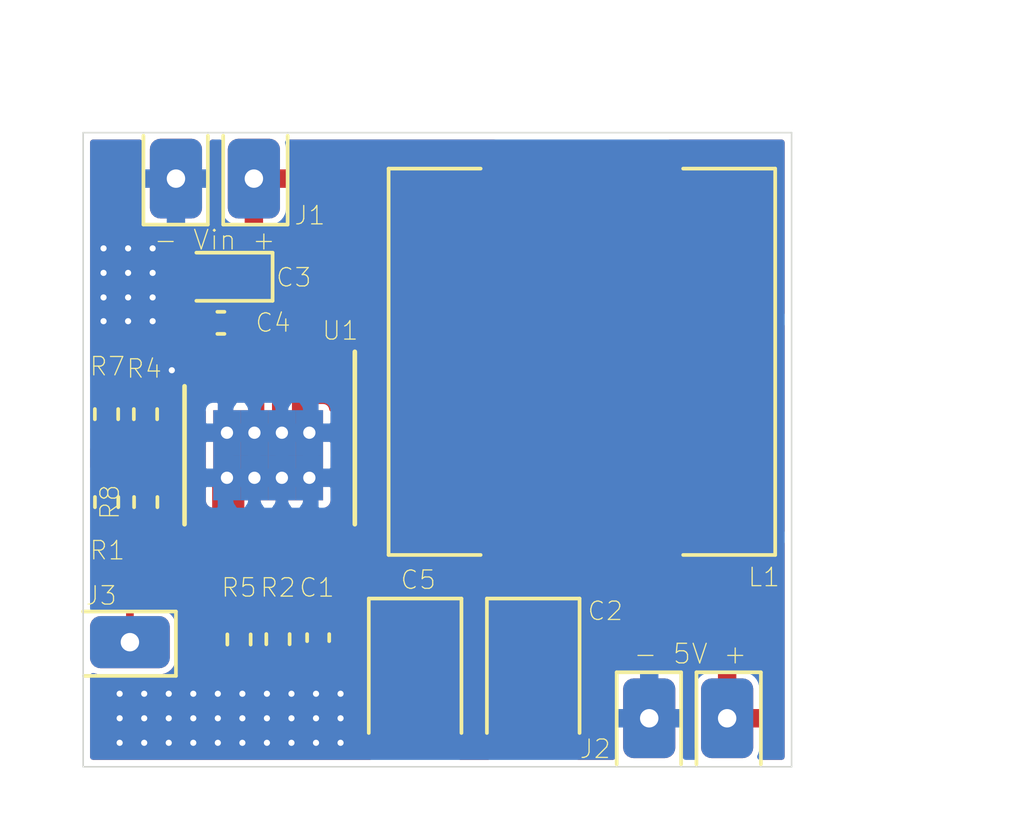
<source format=kicad_pcb>
(kicad_pcb (version 20171130) (host pcbnew "(5.1.7)-1")

  (general
    (thickness 1.6)
    (drawings 6)
    (tracks 97)
    (zones 0)
    (modules 16)
    (nets 10)
  )

  (page A4)
  (layers
    (0 F.Cu signal)
    (31 B.Cu signal hide)
    (32 B.Adhes user)
    (33 F.Adhes user)
    (34 B.Paste user)
    (35 F.Paste user)
    (36 B.SilkS user)
    (37 F.SilkS user)
    (38 B.Mask user)
    (39 F.Mask user)
    (40 Dwgs.User user)
    (41 Cmts.User user)
    (42 Eco1.User user)
    (43 Eco2.User user)
    (44 Edge.Cuts user)
    (45 Margin user)
    (46 B.CrtYd user)
    (47 F.CrtYd user)
    (48 B.Fab user)
    (49 F.Fab user)
  )

  (setup
    (last_trace_width 0.2)
    (user_trace_width 0.2)
    (user_trace_width 0.25)
    (user_trace_width 0.3)
    (user_trace_width 0.4)
    (user_trace_width 0.5)
    (user_trace_width 0.6)
    (user_trace_width 0.8)
    (user_trace_width 1)
    (user_trace_width 1.2)
    (trace_clearance 0.2)
    (zone_clearance 0.2)
    (zone_45_only no)
    (trace_min 0.2)
    (via_size 0.45)
    (via_drill 0.2)
    (via_min_size 0.45)
    (via_min_drill 0.2)
    (user_via 0.45 0.2)
    (user_via 0.5 0.2)
    (user_via 0.6 0.3)
    (user_via 0.8 0.4)
    (uvia_size 0.3)
    (uvia_drill 0.1)
    (uvias_allowed no)
    (uvia_min_size 0.2)
    (uvia_min_drill 0.1)
    (edge_width 0.05)
    (segment_width 0.2)
    (pcb_text_width 0.3)
    (pcb_text_size 1.5 1.5)
    (mod_edge_width 0.1)
    (mod_text_size 0.5 0.5)
    (mod_text_width 0.08)
    (pad_size 1.524 1.524)
    (pad_drill 0.762)
    (pad_to_mask_clearance 0)
    (aux_axis_origin 0 0)
    (visible_elements 7EFDFFFF)
    (pcbplotparams
      (layerselection 0x010fc_ffffffff)
      (usegerberextensions false)
      (usegerberattributes true)
      (usegerberadvancedattributes true)
      (creategerberjobfile true)
      (excludeedgelayer true)
      (linewidth 0.100000)
      (plotframeref false)
      (viasonmask false)
      (mode 1)
      (useauxorigin false)
      (hpglpennumber 1)
      (hpglpenspeed 20)
      (hpglpendiameter 15.000000)
      (psnegative false)
      (psa4output false)
      (plotreference true)
      (plotvalue true)
      (plotinvisibletext false)
      (padsonsilk false)
      (subtractmaskfromsilk false)
      (outputformat 1)
      (mirror false)
      (drillshape 0)
      (scaleselection 1)
      (outputdirectory "gerber/"))
  )

  (net 0 "")
  (net 1 GND)
  (net 2 VCC_5V)
  (net 3 VCC_BAT)
  (net 4 "Net-(J3-Pad1)")
  (net 5 /EN)
  (net 6 /FB)
  (net 7 /LBI)
  (net 8 /SW)
  (net 9 "Net-(U1-Pad16)")

  (net_class Default "This is the default net class."
    (clearance 0.2)
    (trace_width 0.2)
    (via_dia 0.45)
    (via_drill 0.2)
    (uvia_dia 0.3)
    (uvia_drill 0.1)
    (add_net /EN)
    (add_net /FB)
    (add_net /LBI)
    (add_net /SW)
    (add_net GND)
    (add_net "Net-(J3-Pad1)")
    (add_net "Net-(U1-Pad16)")
    (add_net VCC_5V)
    (add_net VCC_BAT)
  )

  (module Connector_PinHeader_2.54mm:PinHeader_1x01_P2.54mm_Vertical (layer F.Cu) (tedit 5FCF2EB6) (tstamp 5FCF1603)
    (at -32.766 -8.382)
    (descr "Through hole straight pin header, 1x01, 2.54mm pitch, single row")
    (tags "Through hole pin header THT 1x01 2.54mm single row")
    (path /5FD38220)
    (fp_text reference J3 (at -0.934 -1.518) (layer F.SilkS)
      (effects (font (size 0.6 0.6) (thickness 0.04)))
    )
    (fp_text value Conn_01x01 (at 0 2.33) (layer F.Fab)
      (effects (font (size 0.6 0.6) (thickness 0.04)))
    )
    (fp_line (start -0.635 -1.27) (end 1.27 -1.27) (layer F.Fab) (width 0.1))
    (fp_line (start 1.27 -1.27) (end 1.27 1.27) (layer F.Fab) (width 0.1))
    (fp_line (start 1.27 1.27) (end -1.27 1.27) (layer F.Fab) (width 0.1))
    (fp_line (start -1.27 1.27) (end -1.27 -0.635) (layer F.Fab) (width 0.1))
    (fp_line (start -1.27 -0.635) (end -0.635 -1.27) (layer F.Fab) (width 0.1))
    (fp_line (start 1.5 -1) (end 1.5 1.1) (layer F.SilkS) (width 0.12))
    (fp_line (start -1.5 1.1) (end 1.5 1.1) (layer F.SilkS) (width 0.12))
    (fp_line (start -1.53 -1) (end 1.5 -1) (layer F.SilkS) (width 0.12))
    (fp_line (start -1.8 -1.8) (end -1.8 1.8) (layer F.CrtYd) (width 0.05))
    (fp_line (start -1.8 1.8) (end 1.8 1.8) (layer F.CrtYd) (width 0.05))
    (fp_line (start 1.8 1.8) (end 1.8 -1.8) (layer F.CrtYd) (width 0.05))
    (fp_line (start 1.8 -1.8) (end -1.8 -1.8) (layer F.CrtYd) (width 0.05))
    (fp_text user %R (at 0 0 90) (layer F.Fab)
      (effects (font (size 0.6 0.6) (thickness 0.04)))
    )
    (pad 1 thru_hole roundrect (at 0 0) (size 2.6 1.7) (drill 0.6) (layers *.Cu F.Mask) (roundrect_rratio 0.2)
      (net 4 "Net-(J3-Pad1)"))
    (model ${KISYS3DMOD}/Connector_PinHeader_2.54mm.3dshapes/PinHeader_1x01_P2.54mm_Vertical.wrl
      (at (xyz 0 0 0))
      (scale (xyz 1 1 1))
      (rotate (xyz 0 0 0))
    )
  )

  (module Connector_PinHeader_2.54mm:PinHeader_1x02_P2.54mm_Vertical (layer F.Cu) (tedit 5FCF2E7F) (tstamp 5FCF15D8)
    (at -28.725 -23.5 270)
    (descr "Through hole straight pin header, 1x02, 2.54mm pitch, single row")
    (tags "Through hole pin header THT 1x02 2.54mm single row")
    (path /5FD371A8)
    (fp_text reference J1 (at 1.2 -1.825 180) (layer F.SilkS)
      (effects (font (size 0.6 0.6) (thickness 0.04)))
    )
    (fp_text value Conn_01x02 (at 0 4.87 270) (layer F.Fab)
      (effects (font (size 0.6 0.6) (thickness 0.04)))
    )
    (fp_line (start -1.4 1) (end 1.5 1) (layer F.SilkS) (width 0.12))
    (fp_line (start 1.5 -1.1) (end 1.5 1) (layer F.SilkS) (width 0.12))
    (fp_line (start -1.4 -1.1) (end 1.5 -1.1) (layer F.SilkS) (width 0.12))
    (fp_line (start -1.4 3.6) (end 1.5 3.6) (layer F.SilkS) (width 0.12))
    (fp_line (start -0.635 -1.27) (end 1.27 -1.27) (layer F.Fab) (width 0.1))
    (fp_line (start 1.27 -1.27) (end 1.27 3.81) (layer F.Fab) (width 0.1))
    (fp_line (start 1.27 3.81) (end -1.27 3.81) (layer F.Fab) (width 0.1))
    (fp_line (start -1.27 3.81) (end -1.27 -0.635) (layer F.Fab) (width 0.1))
    (fp_line (start -1.27 -0.635) (end -0.635 -1.27) (layer F.Fab) (width 0.1))
    (fp_line (start 1.5 1.5) (end 1.5 3.6) (layer F.SilkS) (width 0.12))
    (fp_line (start -1.4 1.5) (end 1.5 1.5) (layer F.SilkS) (width 0.12))
    (fp_line (start -1.8 -1.8) (end -1.8 4.35) (layer F.CrtYd) (width 0.05))
    (fp_line (start -1.8 4.35) (end 1.8 4.35) (layer F.CrtYd) (width 0.05))
    (fp_line (start 1.8 4.35) (end 1.8 -1.8) (layer F.CrtYd) (width 0.05))
    (fp_line (start 1.8 -1.8) (end -1.8 -1.8) (layer F.CrtYd) (width 0.05))
    (fp_text user %R (at 0 1.27) (layer F.Fab)
      (effects (font (size 0.6 0.6) (thickness 0.04)))
    )
    (pad 2 thru_hole roundrect (at 0 2.54 270) (size 2.6 1.7) (drill 0.6) (layers *.Cu F.Mask) (roundrect_rratio 0.2)
      (net 1 GND))
    (pad 1 thru_hole roundrect (at 0 0 270) (size 2.6 1.7) (drill 0.6) (layers *.Cu F.Mask) (roundrect_rratio 0.2)
      (net 3 VCC_BAT))
    (model ${KISYS3DMOD}/Connector_PinHeader_2.54mm.3dshapes/PinHeader_1x02_P2.54mm_Vertical.wrl
      (at (xyz 0 0 0))
      (scale (xyz 1 1 1))
      (rotate (xyz 0 0 0))
    )
  )

  (module Connector_PinHeader_2.54mm:PinHeader_1x02_P2.54mm_Vertical (layer F.Cu) (tedit 5FCF2E2E) (tstamp 5FCFB1A9)
    (at -13.3 -5.9 270)
    (descr "Through hole straight pin header, 1x02, 2.54mm pitch, single row")
    (tags "Through hole pin header THT 1x02 2.54mm single row")
    (path /5FD37AE4)
    (fp_text reference J2 (at 1 4.3 180) (layer F.SilkS)
      (effects (font (size 0.6 0.6) (thickness 0.04)))
    )
    (fp_text value Conn_01x02 (at 0 4.87 90) (layer F.Fab)
      (effects (font (size 0.6 0.6) (thickness 0.04)))
    )
    (fp_line (start 1.5 1) (end -1.5 1) (layer F.SilkS) (width 0.12))
    (fp_line (start -0.635 -1.27) (end 1.27 -1.27) (layer F.Fab) (width 0.1))
    (fp_line (start 1.27 -1.27) (end 1.27 3.81) (layer F.Fab) (width 0.1))
    (fp_line (start 1.27 3.81) (end -1.27 3.81) (layer F.Fab) (width 0.1))
    (fp_line (start -1.27 3.81) (end -1.27 -0.635) (layer F.Fab) (width 0.1))
    (fp_line (start -1.27 -0.635) (end -0.635 -1.27) (layer F.Fab) (width 0.1))
    (fp_line (start -1.5 3.6) (end 1.5 3.6) (layer F.SilkS) (width 0.12))
    (fp_line (start -1.5 1.5) (end -1.5 3.6) (layer F.SilkS) (width 0.12))
    (fp_line (start -1.5 1.5) (end 1.5 1.5) (layer F.SilkS) (width 0.12))
    (fp_line (start -1.5 1) (end -1.5 -1.1) (layer F.SilkS) (width 0.12))
    (fp_line (start -1.5 -1.1) (end 1.5 -1.1) (layer F.SilkS) (width 0.12))
    (fp_line (start -1.8 -1.8) (end -1.8 4.35) (layer F.CrtYd) (width 0.05))
    (fp_line (start -1.8 4.35) (end 1.8 4.35) (layer F.CrtYd) (width 0.05))
    (fp_line (start 1.8 4.35) (end 1.8 -1.8) (layer F.CrtYd) (width 0.05))
    (fp_line (start 1.8 -1.8) (end -1.8 -1.8) (layer F.CrtYd) (width 0.05))
    (fp_text user %R (at 0 1.27) (layer F.Fab)
      (effects (font (size 0.6 0.6) (thickness 0.04)))
    )
    (pad 2 thru_hole roundrect (at 0 2.54 270) (size 2.6 1.7) (drill 0.6) (layers *.Cu F.Mask) (roundrect_rratio 0.2)
      (net 1 GND))
    (pad 1 thru_hole roundrect (at 0 0 270) (size 2.6 1.7) (drill 0.6) (layers *.Cu F.Mask) (roundrect_rratio 0.2)
      (net 2 VCC_5V))
    (model ${KISYS3DMOD}/Connector_PinHeader_2.54mm.3dshapes/PinHeader_1x02_P2.54mm_Vertical.wrl
      (at (xyz 0 0 0))
      (scale (xyz 1 1 1))
      (rotate (xyz 0 0 0))
    )
  )

  (module Package_SO:TSSOP-16-1EP_4.4x5mm_P0.65mm (layer F.Cu) (tedit 5FCF2374) (tstamp 5FCFBBED)
    (at -28.26 -14.478 270)
    (descr "FE Package; 16-Lead Plastic TSSOP (4.4mm); Exposed Pad Variation BB; (see Linear Technology 1956f.pdf)")
    (tags "SSOP 0.65")
    (path /5FD2B0C4)
    (attr smd)
    (fp_text reference U1 (at -4.064 -2.352) (layer F.SilkS)
      (effects (font (size 0.6 0.6) (thickness 0.04)))
    )
    (fp_text value TPS61032PWR (at 0 3.55 270) (layer F.Fab)
      (effects (font (size 0.6 0.6) (thickness 0.04)))
    )
    (fp_line (start -1.2 -2.5) (end 2.2 -2.5) (layer F.Fab) (width 0.15))
    (fp_line (start 2.2 -2.5) (end 2.2 2.5) (layer F.Fab) (width 0.15))
    (fp_line (start 2.2 2.5) (end -2.2 2.5) (layer F.Fab) (width 0.15))
    (fp_line (start -2.2 2.5) (end -2.2 -1.5) (layer F.Fab) (width 0.15))
    (fp_line (start -2.2 -1.5) (end -1.2 -2.5) (layer F.Fab) (width 0.15))
    (fp_line (start -3.5 -2.9) (end -3.5 2.8) (layer F.CrtYd) (width 0.05))
    (fp_line (start 3.5 -2.9) (end 3.5 2.8) (layer F.CrtYd) (width 0.05))
    (fp_line (start -3.5 -2.9) (end 3.5 -2.9) (layer F.CrtYd) (width 0.05))
    (fp_line (start -3.5 2.8) (end 3.5 2.8) (layer F.CrtYd) (width 0.05))
    (fp_line (start -2.25 2.725) (end 2.25 2.725) (layer F.SilkS) (width 0.15))
    (fp_line (start -3.375 -2.825) (end 2.25 -2.825) (layer F.SilkS) (width 0.15))
    (fp_text user %R (at 0 0 270) (layer F.Fab)
      (effects (font (size 0.6 0.6) (thickness 0.04)))
    )
    (pad 17 thru_hole rect (at -0.735 -1.3425 270) (size 1.47 0.895) (drill 0.4) (layers *.Cu F.Mask)
      (net 1 GND) (solder_paste_margin_ratio -0.2))
    (pad 17 thru_hole rect (at -0.735 -0.4475 270) (size 1.47 0.895) (drill 0.4) (layers *.Cu F.Mask)
      (net 1 GND) (solder_paste_margin_ratio -0.2))
    (pad 17 thru_hole rect (at -0.735 0.4475 270) (size 1.47 0.895) (drill 0.4) (layers *.Cu F.Mask)
      (net 1 GND) (solder_paste_margin_ratio -0.2))
    (pad 17 thru_hole rect (at -0.735 1.3425 270) (size 1.47 0.895) (drill 0.4) (layers *.Cu F.Mask)
      (net 1 GND) (solder_paste_margin_ratio -0.2))
    (pad 17 thru_hole rect (at 0.735 -1.3425 270) (size 1.47 0.895) (drill 0.4) (layers *.Cu F.Mask)
      (net 1 GND) (solder_paste_margin_ratio -0.2))
    (pad 17 thru_hole rect (at 0.735 -0.4475 270) (size 1.47 0.895) (drill 0.4) (layers *.Cu F.Mask)
      (net 1 GND) (solder_paste_margin_ratio -0.2))
    (pad 17 thru_hole rect (at 0.735 0.4475 270) (size 1.47 0.895) (drill 0.4) (layers *.Cu F.Mask)
      (net 1 GND) (solder_paste_margin_ratio -0.2))
    (pad 17 thru_hole rect (at 0.735 1.3425 270) (size 1.47 0.895) (drill 0.4) (layers *.Cu F.Mask)
      (net 1 GND) (solder_paste_margin_ratio -0.2))
    (pad 16 smd rect (at 2.775 -2.275 270) (size 1.05 0.45) (layers F.Cu F.Paste F.Mask)
      (net 9 "Net-(U1-Pad16)"))
    (pad 15 smd rect (at 2.775 -1.625 270) (size 1.05 0.45) (layers F.Cu F.Paste F.Mask)
      (net 2 VCC_5V))
    (pad 14 smd rect (at 2.775 -0.975 270) (size 1.05 0.45) (layers F.Cu F.Paste F.Mask)
      (net 2 VCC_5V))
    (pad 13 smd rect (at 2.775 -0.325 270) (size 1.05 0.45) (layers F.Cu F.Paste F.Mask)
      (net 2 VCC_5V))
    (pad 12 smd rect (at 2.775 0.325 270) (size 1.05 0.45) (layers F.Cu F.Paste F.Mask)
      (net 6 /FB))
    (pad 11 smd rect (at 2.775 0.975 270) (size 1.05 0.45) (layers F.Cu F.Paste F.Mask)
      (net 1 GND))
    (pad 10 smd rect (at 2.775 1.625 270) (size 1.05 0.45) (layers F.Cu F.Paste F.Mask)
      (net 1 GND))
    (pad 9 smd rect (at 2.775 2.275 270) (size 1.05 0.45) (layers F.Cu F.Paste F.Mask)
      (net 5 /EN))
    (pad 8 smd rect (at -2.775 2.275 270) (size 1.05 0.45) (layers F.Cu F.Paste F.Mask)
      (net 1 GND))
    (pad 7 smd rect (at -2.775 1.625 270) (size 1.05 0.45) (layers F.Cu F.Paste F.Mask)
      (net 7 /LBI))
    (pad 6 smd rect (at -2.775 0.975 270) (size 1.05 0.45) (layers F.Cu F.Paste F.Mask)
      (net 3 VCC_BAT))
    (pad 5 smd rect (at -2.775 0.325 270) (size 1.05 0.45) (layers F.Cu F.Paste F.Mask)
      (net 1 GND))
    (pad 4 smd rect (at -2.775 -0.325 270) (size 1.05 0.45) (layers F.Cu F.Paste F.Mask)
      (net 1 GND))
    (pad 3 smd rect (at -2.775 -0.975 270) (size 1.05 0.45) (layers F.Cu F.Paste F.Mask)
      (net 1 GND))
    (pad 2 smd rect (at -2.775 -1.625 270) (size 1.05 0.45) (layers F.Cu F.Paste F.Mask)
      (net 8 /SW))
    (pad 1 smd rect (at -2.775 -2.275 270) (size 1.05 0.45) (layers F.Cu F.Paste F.Mask)
      (net 8 /SW))
    (model ${KISYS3DMOD}/Package_SO.3dshapes/TSSOP-16-1EP_4.4x5mm_P0.65mm.wrl
      (at (xyz 0 0 0))
      (scale (xyz 1 1 1))
      (rotate (xyz 0 0 0))
    )
  )

  (module Inductor_SMD:L_12x12mm_H6mm (layer F.Cu) (tedit 5FCF06D3) (tstamp 5FCF0750)
    (at -18.034 -17.526 270)
    (descr "Choke, SMD, 12x12mm 6mm height")
    (tags "Choke SMD")
    (path /5FD2B0D3)
    (attr smd)
    (fp_text reference L1 (at 7.026 -5.934) (layer F.SilkS)
      (effects (font (size 0.6 0.6) (thickness 0.04)))
    )
    (fp_text value "68uH w/2A" (at 0 7.5 270) (layer F.Fab)
      (effects (font (size 0.6 0.6) (thickness 0.04)))
    )
    (fp_line (start 6.3 3.3) (end 6.3 6.3) (layer F.SilkS) (width 0.12))
    (fp_line (start 6.3 6.3) (end -6.3 6.3) (layer F.SilkS) (width 0.12))
    (fp_line (start -6.3 6.3) (end -6.3 3.3) (layer F.SilkS) (width 0.12))
    (fp_line (start -6.3 -3.3) (end -6.3 -6.3) (layer F.SilkS) (width 0.12))
    (fp_line (start -6.3 -6.3) (end 6.3 -6.3) (layer F.SilkS) (width 0.12))
    (fp_line (start 6.3 -6.3) (end 6.3 -3.3) (layer F.SilkS) (width 0.12))
    (fp_line (start -6.86 -6.6) (end 6.86 -6.6) (layer F.CrtYd) (width 0.05))
    (fp_line (start 6.86 -6.6) (end 6.86 6.6) (layer F.CrtYd) (width 0.05))
    (fp_line (start 6.86 6.6) (end -6.86 6.6) (layer F.CrtYd) (width 0.05))
    (fp_line (start -6.86 6.6) (end -6.86 -6.6) (layer F.CrtYd) (width 0.05))
    (fp_line (start 4.9 3.3) (end 5 3.4) (layer F.Fab) (width 0.1))
    (fp_line (start 5 3.4) (end 5.1 3.8) (layer F.Fab) (width 0.1))
    (fp_line (start 5.1 3.8) (end 5 4.3) (layer F.Fab) (width 0.1))
    (fp_line (start 5 4.3) (end 4.8 4.6) (layer F.Fab) (width 0.1))
    (fp_line (start 4.8 4.6) (end 4.5 5) (layer F.Fab) (width 0.1))
    (fp_line (start 4.5 5) (end 4 5.1) (layer F.Fab) (width 0.1))
    (fp_line (start 4 5.1) (end 3.5 5) (layer F.Fab) (width 0.1))
    (fp_line (start 3.5 5) (end 3.1 4.7) (layer F.Fab) (width 0.1))
    (fp_line (start 3.1 4.7) (end 3 4.6) (layer F.Fab) (width 0.1))
    (fp_line (start 3 4.6) (end 2.4 5) (layer F.Fab) (width 0.1))
    (fp_line (start 2.4 5) (end 1.6 5.3) (layer F.Fab) (width 0.1))
    (fp_line (start 1.6 5.3) (end 0.6 5.5) (layer F.Fab) (width 0.1))
    (fp_line (start 0.6 5.5) (end -0.6 5.5) (layer F.Fab) (width 0.1))
    (fp_line (start -0.6 5.5) (end -1.5 5.3) (layer F.Fab) (width 0.1))
    (fp_line (start -1.5 5.3) (end -2.1 5.1) (layer F.Fab) (width 0.1))
    (fp_line (start -2.1 5.1) (end -2.6 4.9) (layer F.Fab) (width 0.1))
    (fp_line (start -2.6 4.9) (end -3 4.7) (layer F.Fab) (width 0.1))
    (fp_line (start -3 4.7) (end -3.3 4.9) (layer F.Fab) (width 0.1))
    (fp_line (start -3.3 4.9) (end -3.9 5.1) (layer F.Fab) (width 0.1))
    (fp_line (start -3.9 5.1) (end -4.3 5) (layer F.Fab) (width 0.1))
    (fp_line (start -4.3 5) (end -4.6 4.8) (layer F.Fab) (width 0.1))
    (fp_line (start -4.6 4.8) (end -4.9 4.6) (layer F.Fab) (width 0.1))
    (fp_line (start -4.9 4.6) (end -5.1 4.1) (layer F.Fab) (width 0.1))
    (fp_line (start -5.1 4.1) (end -5 3.6) (layer F.Fab) (width 0.1))
    (fp_line (start -5 3.6) (end -4.8 3.2) (layer F.Fab) (width 0.1))
    (fp_line (start 4.9 -3.3) (end 5 -3.6) (layer F.Fab) (width 0.1))
    (fp_line (start 5 -3.6) (end 5.1 -4) (layer F.Fab) (width 0.1))
    (fp_line (start 5.1 -4) (end 5 -4.3) (layer F.Fab) (width 0.1))
    (fp_line (start 5 -4.3) (end 4.8 -4.7) (layer F.Fab) (width 0.1))
    (fp_line (start 4.8 -4.7) (end 4.5 -4.9) (layer F.Fab) (width 0.1))
    (fp_line (start 4.5 -4.9) (end 4.2 -5.1) (layer F.Fab) (width 0.1))
    (fp_line (start 4.2 -5.1) (end 3.9 -5.1) (layer F.Fab) (width 0.1))
    (fp_line (start 3.9 -5.1) (end 3.6 -5) (layer F.Fab) (width 0.1))
    (fp_line (start 3.6 -5) (end 3.3 -4.9) (layer F.Fab) (width 0.1))
    (fp_line (start 3.3 -4.9) (end 3 -4.6) (layer F.Fab) (width 0.1))
    (fp_line (start 3 -4.6) (end 2.6 -4.9) (layer F.Fab) (width 0.1))
    (fp_line (start 2.6 -4.9) (end 2.2 -5.1) (layer F.Fab) (width 0.1))
    (fp_line (start 2.2 -5.1) (end 1.7 -5.3) (layer F.Fab) (width 0.1))
    (fp_line (start 1.7 -5.3) (end 0.9 -5.5) (layer F.Fab) (width 0.1))
    (fp_line (start 0.9 -5.5) (end 0 -5.6) (layer F.Fab) (width 0.1))
    (fp_line (start 0 -5.6) (end -0.8 -5.5) (layer F.Fab) (width 0.1))
    (fp_line (start -0.8 -5.5) (end -1.7 -5.3) (layer F.Fab) (width 0.1))
    (fp_line (start -1.7 -5.3) (end -2.6 -4.9) (layer F.Fab) (width 0.1))
    (fp_line (start -2.6 -4.9) (end -3 -4.7) (layer F.Fab) (width 0.1))
    (fp_line (start -3 -4.7) (end -3.3 -4.9) (layer F.Fab) (width 0.1))
    (fp_line (start -3.3 -4.9) (end -3.7 -5.1) (layer F.Fab) (width 0.1))
    (fp_line (start -3.7 -5.1) (end -4.2 -5) (layer F.Fab) (width 0.1))
    (fp_line (start -4.2 -5) (end -4.6 -4.8) (layer F.Fab) (width 0.1))
    (fp_line (start -4.6 -4.8) (end -4.9 -4.5) (layer F.Fab) (width 0.1))
    (fp_line (start -4.9 -4.5) (end -5.1 -4) (layer F.Fab) (width 0.1))
    (fp_line (start -5.1 -4) (end -5 -3.5) (layer F.Fab) (width 0.1))
    (fp_line (start -5 -3.5) (end -4.8 -3.2) (layer F.Fab) (width 0.1))
    (fp_line (start -6.2 3.3) (end -6.2 6.2) (layer F.Fab) (width 0.1))
    (fp_line (start -6.2 6.2) (end 6.2 6.2) (layer F.Fab) (width 0.1))
    (fp_line (start 6.2 6.2) (end 6.2 3.3) (layer F.Fab) (width 0.1))
    (fp_line (start 6.2 -6.2) (end -6.2 -6.2) (layer F.Fab) (width 0.1))
    (fp_line (start -6.2 -6.2) (end -6.2 -3.3) (layer F.Fab) (width 0.1))
    (fp_line (start 6.2 -6.2) (end 6.2 -3.3) (layer F.Fab) (width 0.1))
    (fp_circle (center 0 0) (end 0.9 0) (layer F.Adhes) (width 0.38))
    (fp_circle (center 0 0) (end 0.55 0) (layer F.Adhes) (width 0.38))
    (fp_circle (center 0 0) (end 0.15 0.15) (layer F.Adhes) (width 0.38))
    (fp_circle (center -2.1 3) (end -1.8 3.25) (layer F.Fab) (width 0.1))
    (fp_text user %R (at 0 0 270) (layer F.Fab)
      (effects (font (size 0.6 0.6) (thickness 0.04)))
    )
    (pad 2 smd rect (at 5.45 0 270) (size 2.9 5.4) (layers F.Cu F.Paste F.Mask)
      (net 8 /SW))
    (pad 1 smd rect (at -5.45 0 270) (size 2.9 5.4) (layers F.Cu F.Paste F.Mask)
      (net 3 VCC_BAT))
    (model ${KISYS3DMOD}/Inductor_SMD.3dshapes/L_12x12mm_H6mm.wrl
      (at (xyz 0 0 0))
      (scale (xyz 1 1 1))
      (rotate (xyz 0 0 0))
    )
  )

  (module Capacitor_Tantalum_SMD:CP_EIA-3528-15_AVX-H_Pad1.50x2.35mm_HandSolder (layer F.Cu) (tedit 5EBA9318) (tstamp 5FCF0C78)
    (at -23.47 -7.17 270)
    (descr "Tantalum Capacitor SMD AVX-H (3528-15 Metric), IPC_7351 nominal, (Body size from: http://www.kemet.com/Lists/ProductCatalog/Attachments/253/KEM_TC101_STD.pdf), generated with kicad-footprint-generator")
    (tags "capacitor tantalum")
    (path /5FD32188)
    (attr smd)
    (fp_text reference C5 (at -3.244 -0.102 180) (layer F.SilkS)
      (effects (font (size 0.6 0.6) (thickness 0.04)))
    )
    (fp_text value 100uF (at 0 2.35 90) (layer F.Fab)
      (effects (font (size 0.6 0.6) (thickness 0.04)))
    )
    (fp_line (start 1.75 -1.4) (end -1.05 -1.4) (layer F.Fab) (width 0.1))
    (fp_line (start -1.05 -1.4) (end -1.75 -0.7) (layer F.Fab) (width 0.1))
    (fp_line (start -1.75 -0.7) (end -1.75 1.4) (layer F.Fab) (width 0.1))
    (fp_line (start -1.75 1.4) (end 1.75 1.4) (layer F.Fab) (width 0.1))
    (fp_line (start 1.75 1.4) (end 1.75 -1.4) (layer F.Fab) (width 0.1))
    (fp_line (start 1.75 -1.51) (end -2.635 -1.51) (layer F.SilkS) (width 0.12))
    (fp_line (start -2.635 -1.51) (end -2.635 1.51) (layer F.SilkS) (width 0.12))
    (fp_line (start -2.635 1.51) (end 1.75 1.51) (layer F.SilkS) (width 0.12))
    (fp_line (start -2.62 1.65) (end -2.62 -1.65) (layer F.CrtYd) (width 0.05))
    (fp_line (start -2.62 -1.65) (end 2.62 -1.65) (layer F.CrtYd) (width 0.05))
    (fp_line (start 2.62 -1.65) (end 2.62 1.65) (layer F.CrtYd) (width 0.05))
    (fp_line (start 2.62 1.65) (end -2.62 1.65) (layer F.CrtYd) (width 0.05))
    (fp_text user %R (at 0 0 90) (layer F.Fab)
      (effects (font (size 0.6 0.6) (thickness 0.04)))
    )
    (pad 2 smd roundrect (at 1.625 0 270) (size 1.5 2.35) (layers F.Cu F.Paste F.Mask) (roundrect_rratio 0.1666666666666667)
      (net 1 GND))
    (pad 1 smd roundrect (at -1.625 0 270) (size 1.5 2.35) (layers F.Cu F.Paste F.Mask) (roundrect_rratio 0.1666666666666667)
      (net 2 VCC_5V))
    (model ${KISYS3DMOD}/Capacitor_Tantalum_SMD.3dshapes/CP_EIA-3528-15_AVX-H.wrl
      (at (xyz 0 0 0))
      (scale (xyz 1 1 1))
      (rotate (xyz 0 0 0))
    )
  )

  (module FlightComputer_Library:R_0402_1005Metric_Pad0.72x0.64mm_HandSolder (layer F.Cu) (tedit 5F6BB9E0) (tstamp 5FCF93EB)
    (at -32.25 -12.95 90)
    (descr "Resistor SMD 0402 (1005 Metric), square (rectangular) end terminal, IPC_7351 nominal with elongated pad for handsoldering. (Body size source: IPC-SM-782 page 72, https://www.pcb-3d.com/wordpress/wp-content/uploads/ipc-sm-782a_amendment_1_and_2.pdf), generated with kicad-footprint-generator")
    (tags "resistor handsolder")
    (path /5FD2B19B)
    (attr smd)
    (fp_text reference R8 (at 0 -1.17 90) (layer F.SilkS)
      (effects (font (size 0.6 0.6) (thickness 0.04)))
    )
    (fp_text value 100K (at 0 1.17 90) (layer F.Fab)
      (effects (font (size 0.6 0.6) (thickness 0.04)))
    )
    (fp_line (start -0.525 0.27) (end -0.525 -0.27) (layer F.Fab) (width 0.1))
    (fp_line (start -0.525 -0.27) (end 0.525 -0.27) (layer F.Fab) (width 0.1))
    (fp_line (start 0.525 -0.27) (end 0.525 0.27) (layer F.Fab) (width 0.1))
    (fp_line (start 0.525 0.27) (end -0.525 0.27) (layer F.Fab) (width 0.1))
    (fp_line (start -0.167621 -0.38) (end 0.167621 -0.38) (layer F.SilkS) (width 0.12))
    (fp_line (start -0.167621 0.38) (end 0.167621 0.38) (layer F.SilkS) (width 0.12))
    (fp_line (start -1.1 0.47) (end -1.1 -0.47) (layer F.CrtYd) (width 0.05))
    (fp_line (start -1.1 -0.47) (end 1.1 -0.47) (layer F.CrtYd) (width 0.05))
    (fp_line (start 1.1 -0.47) (end 1.1 0.47) (layer F.CrtYd) (width 0.05))
    (fp_line (start 1.1 0.47) (end -1.1 0.47) (layer F.CrtYd) (width 0.05))
    (fp_text user %R (at -1.6 -0.025 180) (layer F.Fab)
      (effects (font (size 0.6 0.6) (thickness 0.04)))
    )
    (pad 2 smd roundrect (at 0.5975 0 90) (size 0.715 0.64) (layers F.Cu F.Paste F.Mask) (roundrect_rratio 0.25)
      (net 1 GND))
    (pad 1 smd roundrect (at -0.5975 0 90) (size 0.715 0.64) (layers F.Cu F.Paste F.Mask) (roundrect_rratio 0.25)
      (net 5 /EN))
    (model ${KISYS3DMOD}/Resistor_SMD.3dshapes/R_0402_1005Metric.wrl
      (at (xyz 0 0 0))
      (scale (xyz 1 1 1))
      (rotate (xyz 0 0 0))
    )
  )

  (module FlightComputer_Library:R_0402_1005Metric_Pad0.72x0.64mm_HandSolder (layer F.Cu) (tedit 5F6BB9E0) (tstamp 5FCF07C7)
    (at -33.528 -15.818 90)
    (descr "Resistor SMD 0402 (1005 Metric), square (rectangular) end terminal, IPC_7351 nominal with elongated pad for handsoldering. (Body size source: IPC-SM-782 page 72, https://www.pcb-3d.com/wordpress/wp-content/uploads/ipc-sm-782a_amendment_1_and_2.pdf), generated with kicad-footprint-generator")
    (tags "resistor handsolder")
    (path /5FD2B188)
    (attr smd)
    (fp_text reference R7 (at 1.557 0.028 180) (layer F.SilkS)
      (effects (font (size 0.6 0.6) (thickness 0.04)))
    )
    (fp_text value 340K (at 0 1.17 90) (layer F.Fab)
      (effects (font (size 0.6 0.6) (thickness 0.04)))
    )
    (fp_line (start -0.525 0.27) (end -0.525 -0.27) (layer F.Fab) (width 0.1))
    (fp_line (start -0.525 -0.27) (end 0.525 -0.27) (layer F.Fab) (width 0.1))
    (fp_line (start 0.525 -0.27) (end 0.525 0.27) (layer F.Fab) (width 0.1))
    (fp_line (start 0.525 0.27) (end -0.525 0.27) (layer F.Fab) (width 0.1))
    (fp_line (start -0.167621 -0.38) (end 0.167621 -0.38) (layer F.SilkS) (width 0.12))
    (fp_line (start -0.167621 0.38) (end 0.167621 0.38) (layer F.SilkS) (width 0.12))
    (fp_line (start -1.1 0.47) (end -1.1 -0.47) (layer F.CrtYd) (width 0.05))
    (fp_line (start -1.1 -0.47) (end 1.1 -0.47) (layer F.CrtYd) (width 0.05))
    (fp_line (start 1.1 -0.47) (end 1.1 0.47) (layer F.CrtYd) (width 0.05))
    (fp_line (start 1.1 0.47) (end -1.1 0.47) (layer F.CrtYd) (width 0.05))
    (fp_text user %R (at 0 0 90) (layer F.Fab)
      (effects (font (size 0.6 0.6) (thickness 0.04)))
    )
    (pad 2 smd roundrect (at 0.5975 0 90) (size 0.715 0.64) (layers F.Cu F.Paste F.Mask) (roundrect_rratio 0.25)
      (net 1 GND))
    (pad 1 smd roundrect (at -0.5975 0 90) (size 0.715 0.64) (layers F.Cu F.Paste F.Mask) (roundrect_rratio 0.25)
      (net 7 /LBI))
    (model ${KISYS3DMOD}/Resistor_SMD.3dshapes/R_0402_1005Metric.wrl
      (at (xyz 0 0 0))
      (scale (xyz 1 1 1))
      (rotate (xyz 0 0 0))
    )
  )

  (module FlightComputer_Library:R_0402_1005Metric_Pad0.72x0.64mm_HandSolder (layer F.Cu) (tedit 5F6BB9E0) (tstamp 5FCF07A5)
    (at -29.21 -8.47 270)
    (descr "Resistor SMD 0402 (1005 Metric), square (rectangular) end terminal, IPC_7351 nominal with elongated pad for handsoldering. (Body size source: IPC-SM-782 page 72, https://www.pcb-3d.com/wordpress/wp-content/uploads/ipc-sm-782a_amendment_1_and_2.pdf), generated with kicad-footprint-generator")
    (tags "resistor handsolder")
    (path /5FD2B10E)
    (attr smd)
    (fp_text reference R5 (at -1.69 0 180) (layer F.SilkS)
      (effects (font (size 0.6 0.6) (thickness 0.04)))
    )
    (fp_text value 340K (at 0 1.17 90) (layer F.Fab)
      (effects (font (size 0.6 0.6) (thickness 0.04)))
    )
    (fp_line (start -0.525 0.27) (end -0.525 -0.27) (layer F.Fab) (width 0.1))
    (fp_line (start -0.525 -0.27) (end 0.525 -0.27) (layer F.Fab) (width 0.1))
    (fp_line (start 0.525 -0.27) (end 0.525 0.27) (layer F.Fab) (width 0.1))
    (fp_line (start 0.525 0.27) (end -0.525 0.27) (layer F.Fab) (width 0.1))
    (fp_line (start -0.167621 -0.38) (end 0.167621 -0.38) (layer F.SilkS) (width 0.12))
    (fp_line (start -0.167621 0.38) (end 0.167621 0.38) (layer F.SilkS) (width 0.12))
    (fp_line (start -1.1 0.47) (end -1.1 -0.47) (layer F.CrtYd) (width 0.05))
    (fp_line (start -1.1 -0.47) (end 1.1 -0.47) (layer F.CrtYd) (width 0.05))
    (fp_line (start 1.1 -0.47) (end 1.1 0.47) (layer F.CrtYd) (width 0.05))
    (fp_line (start 1.1 0.47) (end -1.1 0.47) (layer F.CrtYd) (width 0.05))
    (fp_text user %R (at 0 0 90) (layer F.Fab)
      (effects (font (size 0.6 0.6) (thickness 0.04)))
    )
    (pad 2 smd roundrect (at 0.5975 0 270) (size 0.715 0.64) (layers F.Cu F.Paste F.Mask) (roundrect_rratio 0.25)
      (net 1 GND))
    (pad 1 smd roundrect (at -0.5975 0 270) (size 0.715 0.64) (layers F.Cu F.Paste F.Mask) (roundrect_rratio 0.25)
      (net 6 /FB))
    (model ${KISYS3DMOD}/Resistor_SMD.3dshapes/R_0402_1005Metric.wrl
      (at (xyz 0 0 0))
      (scale (xyz 1 1 1))
      (rotate (xyz 0 0 0))
    )
  )

  (module FlightComputer_Library:R_0402_1005Metric_Pad0.72x0.64mm_HandSolder (layer F.Cu) (tedit 5F6BB9E0) (tstamp 5FCF0794)
    (at -32.258 -15.818 90)
    (descr "Resistor SMD 0402 (1005 Metric), square (rectangular) end terminal, IPC_7351 nominal with elongated pad for handsoldering. (Body size source: IPC-SM-782 page 72, https://www.pcb-3d.com/wordpress/wp-content/uploads/ipc-sm-782a_amendment_1_and_2.pdf), generated with kicad-footprint-generator")
    (tags "resistor handsolder")
    (path /5FD2B18E)
    (attr smd)
    (fp_text reference R4 (at 1.482 -0.042 180) (layer F.SilkS)
      (effects (font (size 0.6 0.6) (thickness 0.04)))
    )
    (fp_text value 1.87M (at 0 1.17 90) (layer F.Fab)
      (effects (font (size 0.6 0.6) (thickness 0.04)))
    )
    (fp_line (start -0.525 0.27) (end -0.525 -0.27) (layer F.Fab) (width 0.1))
    (fp_line (start -0.525 -0.27) (end 0.525 -0.27) (layer F.Fab) (width 0.1))
    (fp_line (start 0.525 -0.27) (end 0.525 0.27) (layer F.Fab) (width 0.1))
    (fp_line (start 0.525 0.27) (end -0.525 0.27) (layer F.Fab) (width 0.1))
    (fp_line (start -0.167621 -0.38) (end 0.167621 -0.38) (layer F.SilkS) (width 0.12))
    (fp_line (start -0.167621 0.38) (end 0.167621 0.38) (layer F.SilkS) (width 0.12))
    (fp_line (start -1.1 0.47) (end -1.1 -0.47) (layer F.CrtYd) (width 0.05))
    (fp_line (start -1.1 -0.47) (end 1.1 -0.47) (layer F.CrtYd) (width 0.05))
    (fp_line (start 1.1 -0.47) (end 1.1 0.47) (layer F.CrtYd) (width 0.05))
    (fp_line (start 1.1 0.47) (end -1.1 0.47) (layer F.CrtYd) (width 0.05))
    (fp_text user %R (at 1.532 0.008 180) (layer F.Fab)
      (effects (font (size 0.6 0.6) (thickness 0.04)))
    )
    (pad 2 smd roundrect (at 0.5975 0 90) (size 0.715 0.64) (layers F.Cu F.Paste F.Mask) (roundrect_rratio 0.25)
      (net 7 /LBI))
    (pad 1 smd roundrect (at -0.5975 0 90) (size 0.715 0.64) (layers F.Cu F.Paste F.Mask) (roundrect_rratio 0.25)
      (net 3 VCC_BAT))
    (model ${KISYS3DMOD}/Resistor_SMD.3dshapes/R_0402_1005Metric.wrl
      (at (xyz 0 0 0))
      (scale (xyz 1 1 1))
      (rotate (xyz 0 0 0))
    )
  )

  (module FlightComputer_Library:R_0402_1005Metric_Pad0.72x0.64mm_HandSolder (layer F.Cu) (tedit 5F6BB9E0) (tstamp 5FCF0772)
    (at -27.94 -8.48 270)
    (descr "Resistor SMD 0402 (1005 Metric), square (rectangular) end terminal, IPC_7351 nominal with elongated pad for handsoldering. (Body size source: IPC-SM-782 page 72, https://www.pcb-3d.com/wordpress/wp-content/uploads/ipc-sm-782a_amendment_1_and_2.pdf), generated with kicad-footprint-generator")
    (tags "resistor handsolder")
    (path /5FD2B108)
    (attr smd)
    (fp_text reference R2 (at -1.68 0 180) (layer F.SilkS)
      (effects (font (size 0.6 0.6) (thickness 0.04)))
    )
    (fp_text value 1.87M (at 0 1.17 90) (layer F.Fab)
      (effects (font (size 0.6 0.6) (thickness 0.04)))
    )
    (fp_line (start -0.525 0.27) (end -0.525 -0.27) (layer F.Fab) (width 0.1))
    (fp_line (start -0.525 -0.27) (end 0.525 -0.27) (layer F.Fab) (width 0.1))
    (fp_line (start 0.525 -0.27) (end 0.525 0.27) (layer F.Fab) (width 0.1))
    (fp_line (start 0.525 0.27) (end -0.525 0.27) (layer F.Fab) (width 0.1))
    (fp_line (start -0.167621 -0.38) (end 0.167621 -0.38) (layer F.SilkS) (width 0.12))
    (fp_line (start -0.167621 0.38) (end 0.167621 0.38) (layer F.SilkS) (width 0.12))
    (fp_line (start -1.1 0.47) (end -1.1 -0.47) (layer F.CrtYd) (width 0.05))
    (fp_line (start -1.1 -0.47) (end 1.1 -0.47) (layer F.CrtYd) (width 0.05))
    (fp_line (start 1.1 -0.47) (end 1.1 0.47) (layer F.CrtYd) (width 0.05))
    (fp_line (start 1.1 0.47) (end -1.1 0.47) (layer F.CrtYd) (width 0.05))
    (fp_text user %R (at 0 0 90) (layer F.Fab)
      (effects (font (size 0.6 0.6) (thickness 0.04)))
    )
    (pad 2 smd roundrect (at 0.5975 0 270) (size 0.715 0.64) (layers F.Cu F.Paste F.Mask) (roundrect_rratio 0.25)
      (net 6 /FB))
    (pad 1 smd roundrect (at -0.5975 0 270) (size 0.715 0.64) (layers F.Cu F.Paste F.Mask) (roundrect_rratio 0.25)
      (net 2 VCC_5V))
    (model ${KISYS3DMOD}/Resistor_SMD.3dshapes/R_0402_1005Metric.wrl
      (at (xyz 0 0 0))
      (scale (xyz 1 1 1))
      (rotate (xyz 0 0 0))
    )
  )

  (module FlightComputer_Library:R_0402_1005Metric_Pad0.72x0.64mm_HandSolder (layer F.Cu) (tedit 5F6BB9E0) (tstamp 5FCF0761)
    (at -33.525 -12.95 90)
    (descr "Resistor SMD 0402 (1005 Metric), square (rectangular) end terminal, IPC_7351 nominal with elongated pad for handsoldering. (Body size source: IPC-SM-782 page 72, https://www.pcb-3d.com/wordpress/wp-content/uploads/ipc-sm-782a_amendment_1_and_2.pdf), generated with kicad-footprint-generator")
    (tags "resistor handsolder")
    (path /5FD2B194)
    (attr smd)
    (fp_text reference R1 (at -1.575 0.025 180) (layer F.SilkS)
      (effects (font (size 0.6 0.6) (thickness 0.04)))
    )
    (fp_text value 33R (at 0 1.17 90) (layer F.Fab)
      (effects (font (size 0.6 0.6) (thickness 0.04)))
    )
    (fp_line (start -0.525 0.27) (end -0.525 -0.27) (layer F.Fab) (width 0.1))
    (fp_line (start -0.525 -0.27) (end 0.525 -0.27) (layer F.Fab) (width 0.1))
    (fp_line (start 0.525 -0.27) (end 0.525 0.27) (layer F.Fab) (width 0.1))
    (fp_line (start 0.525 0.27) (end -0.525 0.27) (layer F.Fab) (width 0.1))
    (fp_line (start -0.167621 -0.38) (end 0.167621 -0.38) (layer F.SilkS) (width 0.12))
    (fp_line (start -0.167621 0.38) (end 0.167621 0.38) (layer F.SilkS) (width 0.12))
    (fp_line (start -1.1 0.47) (end -1.1 -0.47) (layer F.CrtYd) (width 0.05))
    (fp_line (start -1.1 -0.47) (end 1.1 -0.47) (layer F.CrtYd) (width 0.05))
    (fp_line (start 1.1 -0.47) (end 1.1 0.47) (layer F.CrtYd) (width 0.05))
    (fp_line (start 1.1 0.47) (end -1.1 0.47) (layer F.CrtYd) (width 0.05))
    (fp_text user %R (at 0 0 90) (layer F.Fab)
      (effects (font (size 0.6 0.6) (thickness 0.04)))
    )
    (pad 2 smd roundrect (at 0.5975 0 90) (size 0.715 0.64) (layers F.Cu F.Paste F.Mask) (roundrect_rratio 0.25)
      (net 5 /EN))
    (pad 1 smd roundrect (at -0.5975 0 90) (size 0.715 0.64) (layers F.Cu F.Paste F.Mask) (roundrect_rratio 0.25)
      (net 4 "Net-(J3-Pad1)"))
    (model ${KISYS3DMOD}/Resistor_SMD.3dshapes/R_0402_1005Metric.wrl
      (at (xyz 0 0 0))
      (scale (xyz 1 1 1))
      (rotate (xyz 0 0 0))
    )
  )

  (module FlightComputer_Library:C_0402_1005Metric_Pad0.74x0.62mm_HandSolder (layer F.Cu) (tedit 5F6BB22C) (tstamp 5FCF94A0)
    (at -29.8 -18.796 180)
    (descr "Capacitor SMD 0402 (1005 Metric), square (rectangular) end terminal, IPC_7351 nominal with elongated pad for handsoldering. (Body size source: IPC-SM-782 page 76, https://www.pcb-3d.com/wordpress/wp-content/uploads/ipc-sm-782a_amendment_1_and_2.pdf), generated with kicad-footprint-generator")
    (tags "capacitor handsolder")
    (path /5FD2B0D9)
    (attr smd)
    (fp_text reference C4 (at -1.7 0.004) (layer F.SilkS)
      (effects (font (size 0.6 0.6) (thickness 0.04)))
    )
    (fp_text value 0.1uF (at 0 1.16) (layer F.Fab)
      (effects (font (size 0.6 0.6) (thickness 0.04)))
    )
    (fp_line (start -0.5 0.25) (end -0.5 -0.25) (layer F.Fab) (width 0.1))
    (fp_line (start -0.5 -0.25) (end 0.5 -0.25) (layer F.Fab) (width 0.1))
    (fp_line (start 0.5 -0.25) (end 0.5 0.25) (layer F.Fab) (width 0.1))
    (fp_line (start 0.5 0.25) (end -0.5 0.25) (layer F.Fab) (width 0.1))
    (fp_line (start -0.115835 -0.36) (end 0.115835 -0.36) (layer F.SilkS) (width 0.12))
    (fp_line (start -0.115835 0.36) (end 0.115835 0.36) (layer F.SilkS) (width 0.12))
    (fp_line (start -1.08 0.46) (end -1.08 -0.46) (layer F.CrtYd) (width 0.05))
    (fp_line (start -1.08 -0.46) (end 1.08 -0.46) (layer F.CrtYd) (width 0.05))
    (fp_line (start 1.08 -0.46) (end 1.08 0.46) (layer F.CrtYd) (width 0.05))
    (fp_line (start 1.08 0.46) (end -1.08 0.46) (layer F.CrtYd) (width 0.05))
    (fp_text user %R (at -1.75 -0.021) (layer F.Fab)
      (effects (font (size 0.6 0.6) (thickness 0.04)))
    )
    (pad 2 smd roundrect (at 0.5675 0 180) (size 0.735 0.62) (layers F.Cu F.Paste F.Mask) (roundrect_rratio 0.25)
      (net 1 GND))
    (pad 1 smd roundrect (at -0.5675 0 180) (size 0.735 0.62) (layers F.Cu F.Paste F.Mask) (roundrect_rratio 0.25)
      (net 3 VCC_BAT))
    (model ${KISYS3DMOD}/Capacitor_SMD.3dshapes/C_0402_1005Metric.wrl
      (at (xyz 0 0 0))
      (scale (xyz 1 1 1))
      (rotate (xyz 0 0 0))
    )
  )

  (module Capacitor_Tantalum_SMD:CP_EIA-1608-08_AVX-J_Pad1.25x1.05mm_HandSolder (layer F.Cu) (tedit 5EBA9318) (tstamp 5FCF06F0)
    (at -29.8 -20.3 180)
    (descr "Tantalum Capacitor SMD AVX-J (1608-08 Metric), IPC_7351 nominal, (Body size from: https://www.vishay.com/docs/48064/_t58_vmn_pt0471_1601.pdf), generated with kicad-footprint-generator")
    (tags "capacitor tantalum")
    (path /5FD2B0DF)
    (attr smd)
    (fp_text reference C3 (at -2.375 -0.025) (layer F.SilkS)
      (effects (font (size 0.6 0.6) (thickness 0.04)))
    )
    (fp_text value 10uF (at 0 1.48) (layer F.Fab)
      (effects (font (size 0.6 0.6) (thickness 0.04)))
    )
    (fp_line (start 0.8 -0.425) (end -0.5 -0.425) (layer F.Fab) (width 0.1))
    (fp_line (start -0.5 -0.425) (end -0.8 -0.125) (layer F.Fab) (width 0.1))
    (fp_line (start -0.8 -0.125) (end -0.8 0.425) (layer F.Fab) (width 0.1))
    (fp_line (start -0.8 0.425) (end 0.8 0.425) (layer F.Fab) (width 0.1))
    (fp_line (start 0.8 0.425) (end 0.8 -0.425) (layer F.Fab) (width 0.1))
    (fp_line (start 0.8 -0.785) (end -1.685 -0.785) (layer F.SilkS) (width 0.12))
    (fp_line (start -1.685 -0.785) (end -1.685 0.785) (layer F.SilkS) (width 0.12))
    (fp_line (start -1.685 0.785) (end 0.8 0.785) (layer F.SilkS) (width 0.12))
    (fp_line (start -1.68 0.78) (end -1.68 -0.78) (layer F.CrtYd) (width 0.05))
    (fp_line (start -1.68 -0.78) (end 1.68 -0.78) (layer F.CrtYd) (width 0.05))
    (fp_line (start 1.68 -0.78) (end 1.68 0.78) (layer F.CrtYd) (width 0.05))
    (fp_line (start 1.68 0.78) (end -1.68 0.78) (layer F.CrtYd) (width 0.05))
    (fp_text user %R (at 0 0) (layer F.Fab)
      (effects (font (size 0.6 0.6) (thickness 0.04)))
    )
    (pad 2 smd roundrect (at 0.8 0 180) (size 1.25 1.05) (layers F.Cu F.Paste F.Mask) (roundrect_rratio 0.2380942857142857)
      (net 1 GND))
    (pad 1 smd roundrect (at -0.8 0 180) (size 1.25 1.05) (layers F.Cu F.Paste F.Mask) (roundrect_rratio 0.2380942857142857)
      (net 3 VCC_BAT))
    (model ${KISYS3DMOD}/Capacitor_Tantalum_SMD.3dshapes/CP_EIA-1608-08_AVX-J.wrl
      (at (xyz 0 0 0))
      (scale (xyz 1 1 1))
      (rotate (xyz 0 0 0))
    )
  )

  (module Capacitor_Tantalum_SMD:CP_EIA-3528-15_AVX-H_Pad1.50x2.35mm_HandSolder (layer F.Cu) (tedit 5EBA9318) (tstamp 5FCF06DD)
    (at -19.62 -7.17 270)
    (descr "Tantalum Capacitor SMD AVX-H (3528-15 Metric), IPC_7351 nominal, (Body size from: http://www.kemet.com/Lists/ProductCatalog/Attachments/253/KEM_TC101_STD.pdf), generated with kicad-footprint-generator")
    (tags "capacitor tantalum")
    (path /5FD2B135)
    (attr smd)
    (fp_text reference C2 (at -2.228 -2.348 180) (layer F.SilkS)
      (effects (font (size 0.6 0.6) (thickness 0.04)))
    )
    (fp_text value 100uF (at 0 2.35 90) (layer F.Fab)
      (effects (font (size 0.6 0.6) (thickness 0.04)))
    )
    (fp_line (start 1.75 -1.4) (end -1.05 -1.4) (layer F.Fab) (width 0.1))
    (fp_line (start -1.05 -1.4) (end -1.75 -0.7) (layer F.Fab) (width 0.1))
    (fp_line (start -1.75 -0.7) (end -1.75 1.4) (layer F.Fab) (width 0.1))
    (fp_line (start -1.75 1.4) (end 1.75 1.4) (layer F.Fab) (width 0.1))
    (fp_line (start 1.75 1.4) (end 1.75 -1.4) (layer F.Fab) (width 0.1))
    (fp_line (start 1.75 -1.51) (end -2.635 -1.51) (layer F.SilkS) (width 0.12))
    (fp_line (start -2.635 -1.51) (end -2.635 1.51) (layer F.SilkS) (width 0.12))
    (fp_line (start -2.635 1.51) (end 1.75 1.51) (layer F.SilkS) (width 0.12))
    (fp_line (start -2.62 1.65) (end -2.62 -1.65) (layer F.CrtYd) (width 0.05))
    (fp_line (start -2.62 -1.65) (end 2.62 -1.65) (layer F.CrtYd) (width 0.05))
    (fp_line (start 2.62 -1.65) (end 2.62 1.65) (layer F.CrtYd) (width 0.05))
    (fp_line (start 2.62 1.65) (end -2.62 1.65) (layer F.CrtYd) (width 0.05))
    (fp_text user %R (at 0 0 90) (layer F.Fab)
      (effects (font (size 0.6 0.6) (thickness 0.04)))
    )
    (pad 2 smd roundrect (at 1.625 0 270) (size 1.5 2.35) (layers F.Cu F.Paste F.Mask) (roundrect_rratio 0.1666666666666667)
      (net 1 GND))
    (pad 1 smd roundrect (at -1.625 0 270) (size 1.5 2.35) (layers F.Cu F.Paste F.Mask) (roundrect_rratio 0.1666666666666667)
      (net 2 VCC_5V))
    (model ${KISYS3DMOD}/Capacitor_Tantalum_SMD.3dshapes/CP_EIA-3528-15_AVX-H.wrl
      (at (xyz 0 0 0))
      (scale (xyz 1 1 1))
      (rotate (xyz 0 0 0))
    )
  )

  (module FlightComputer_Library:C_0402_1005Metric_Pad0.74x0.62mm_HandSolder (layer F.Cu) (tedit 5F6BB22C) (tstamp 5FCF06CA)
    (at -26.63 -8.53 270)
    (descr "Capacitor SMD 0402 (1005 Metric), square (rectangular) end terminal, IPC_7351 nominal with elongated pad for handsoldering. (Body size source: IPC-SM-782 page 76, https://www.pcb-3d.com/wordpress/wp-content/uploads/ipc-sm-782a_amendment_1_and_2.pdf), generated with kicad-footprint-generator")
    (tags "capacitor handsolder")
    (path /5FD2B12F)
    (attr smd)
    (fp_text reference C1 (at -1.63 0.04 180) (layer F.SilkS)
      (effects (font (size 0.6 0.6) (thickness 0.04)))
    )
    (fp_text value 2.2uF (at 0 1.16 90) (layer F.Fab)
      (effects (font (size 0.6 0.6) (thickness 0.04)))
    )
    (fp_line (start -0.5 0.25) (end -0.5 -0.25) (layer F.Fab) (width 0.1))
    (fp_line (start -0.5 -0.25) (end 0.5 -0.25) (layer F.Fab) (width 0.1))
    (fp_line (start 0.5 -0.25) (end 0.5 0.25) (layer F.Fab) (width 0.1))
    (fp_line (start 0.5 0.25) (end -0.5 0.25) (layer F.Fab) (width 0.1))
    (fp_line (start -0.115835 -0.36) (end 0.115835 -0.36) (layer F.SilkS) (width 0.12))
    (fp_line (start -0.115835 0.36) (end 0.115835 0.36) (layer F.SilkS) (width 0.12))
    (fp_line (start -1.08 0.46) (end -1.08 -0.46) (layer F.CrtYd) (width 0.05))
    (fp_line (start -1.08 -0.46) (end 1.08 -0.46) (layer F.CrtYd) (width 0.05))
    (fp_line (start 1.08 -0.46) (end 1.08 0.46) (layer F.CrtYd) (width 0.05))
    (fp_line (start 1.08 0.46) (end -1.08 0.46) (layer F.CrtYd) (width 0.05))
    (fp_text user %R (at 0 0 90) (layer F.Fab)
      (effects (font (size 0.6 0.6) (thickness 0.04)))
    )
    (pad 2 smd roundrect (at 0.5675 0 270) (size 0.735 0.62) (layers F.Cu F.Paste F.Mask) (roundrect_rratio 0.25)
      (net 1 GND))
    (pad 1 smd roundrect (at -0.5675 0 270) (size 0.735 0.62) (layers F.Cu F.Paste F.Mask) (roundrect_rratio 0.25)
      (net 2 VCC_5V))
    (model ${KISYS3DMOD}/Capacitor_SMD.3dshapes/C_0402_1005Metric.wrl
      (at (xyz 0 0 0))
      (scale (xyz 1 1 1))
      (rotate (xyz 0 0 0))
    )
  )

  (gr_text "- 5V +" (at -14.5 -8) (layer F.SilkS) (tstamp 5FCFBEE6)
    (effects (font (size 0.64 0.64) (thickness 0.04)))
  )
  (gr_text "- Vin +" (at -30 -21.5) (layer F.SilkS)
    (effects (font (size 0.64 0.64) (thickness 0.04)))
  )
  (gr_line (start -34.29 -4.318) (end -34.29 -25) (layer Edge.Cuts) (width 0.05) (tstamp 5FCF2E7F))
  (gr_line (start -11.2 -4.318) (end -34.29 -4.318) (layer Edge.Cuts) (width 0.05))
  (gr_line (start -11.2 -25) (end -11.2 -4.318) (layer Edge.Cuts) (width 0.05))
  (gr_line (start -34.29 -25) (end -11.2 -25) (layer Edge.Cuts) (width 0.05))

  (via (at -29.9 -6.7) (size 0.5) (drill 0.2) (layers F.Cu B.Cu) (net 1))
  (via (at -29.1 -6.7) (size 0.5) (drill 0.2) (layers F.Cu B.Cu) (net 1) (tstamp 5FCFA2E4))
  (via (at -28.3 -6.7) (size 0.5) (drill 0.2) (layers F.Cu B.Cu) (net 1) (tstamp 5FCFA2E6))
  (via (at -27.5 -6.7) (size 0.5) (drill 0.2) (layers F.Cu B.Cu) (net 1) (tstamp 5FCFA2EA))
  (via (at -26.7 -6.7) (size 0.5) (drill 0.2) (layers F.Cu B.Cu) (net 1) (tstamp 5FCFA2EC))
  (via (at -25.9 -6.7) (size 0.5) (drill 0.2) (layers F.Cu B.Cu) (net 1) (tstamp 5FCFA2EE))
  (via (at -27.5 -5.9) (size 0.5) (drill 0.2) (layers F.Cu B.Cu) (net 1) (tstamp 5FCFA2F1))
  (via (at -29.1 -5.9) (size 0.5) (drill 0.2) (layers F.Cu B.Cu) (net 1) (tstamp 5FCFA2F2))
  (via (at -25.9 -5.9) (size 0.5) (drill 0.2) (layers F.Cu B.Cu) (net 1) (tstamp 5FCFA2F3))
  (via (at -29.9 -5.9) (size 0.5) (drill 0.2) (layers F.Cu B.Cu) (net 1) (tstamp 5FCFA2F4))
  (via (at -26.7 -5.9) (size 0.5) (drill 0.2) (layers F.Cu B.Cu) (net 1) (tstamp 5FCFA2F5))
  (via (at -28.3 -5.9) (size 0.5) (drill 0.2) (layers F.Cu B.Cu) (net 1) (tstamp 5FCFA2F6))
  (via (at -29.1 -5.1) (size 0.5) (drill 0.2) (layers F.Cu B.Cu) (net 1) (tstamp 5FCFA2FD))
  (via (at -26.7 -5.1) (size 0.5) (drill 0.2) (layers F.Cu B.Cu) (net 1) (tstamp 5FCFA2FE))
  (via (at -27.5 -5.1) (size 0.5) (drill 0.2) (layers F.Cu B.Cu) (net 1) (tstamp 5FCFA2FF))
  (via (at -28.3 -5.1) (size 0.5) (drill 0.2) (layers F.Cu B.Cu) (net 1) (tstamp 5FCFA300))
  (via (at -29.9 -5.1) (size 0.5) (drill 0.2) (layers F.Cu B.Cu) (net 1) (tstamp 5FCFA301))
  (via (at -25.9 -5.1) (size 0.5) (drill 0.2) (layers F.Cu B.Cu) (net 1) (tstamp 5FCFA302))
  (via (at -32.3 -5.9) (size 0.5) (drill 0.2) (layers F.Cu B.Cu) (net 1) (tstamp 5FCFA30A))
  (via (at -33.1 -5.1) (size 0.5) (drill 0.2) (layers F.Cu B.Cu) (net 1) (tstamp 5FCFA30B))
  (via (at -30.7 -5.9) (size 0.5) (drill 0.2) (layers F.Cu B.Cu) (net 1) (tstamp 5FCFA30C))
  (via (at -32.3 -5.1) (size 0.5) (drill 0.2) (layers F.Cu B.Cu) (net 1) (tstamp 5FCFA30D))
  (via (at -31.5 -5.9) (size 0.5) (drill 0.2) (layers F.Cu B.Cu) (net 1) (tstamp 5FCFA30E))
  (via (at -33.1 -5.9) (size 0.5) (drill 0.2) (layers F.Cu B.Cu) (net 1) (tstamp 5FCFA30F))
  (via (at -31.5 -5.1) (size 0.5) (drill 0.2) (layers F.Cu B.Cu) (net 1) (tstamp 5FCFA310))
  (via (at -30.7 -5.1) (size 0.5) (drill 0.2) (layers F.Cu B.Cu) (net 1) (tstamp 5FCFA311))
  (via (at -32.825 -20.425) (size 0.5) (drill 0.2) (layers F.Cu B.Cu) (net 1) (tstamp 5FCFA45E))
  (via (at -33.625 -19.625) (size 0.5) (drill 0.2) (layers F.Cu B.Cu) (net 1) (tstamp 5FCFA458))
  (via (at -32.825 -21.225) (size 0.5) (drill 0.2) (layers F.Cu B.Cu) (net 1) (tstamp 5FCFA445))
  (via (at -33.625 -21.225) (size 0.5) (drill 0.2) (layers F.Cu B.Cu) (net 1) (tstamp 5FCFA446))
  (via (at -32.825 -19.625) (size 0.5) (drill 0.2) (layers F.Cu B.Cu) (net 1) (tstamp 5FCFA45B))
  (via (at -33.625 -20.425) (size 0.5) (drill 0.2) (layers F.Cu B.Cu) (net 1) (tstamp 5FCFA455))
  (via (at -32.825 -18.85) (size 0.5) (drill 0.2) (layers F.Cu B.Cu) (net 1) (tstamp 5FCFA467))
  (via (at -33.625 -18.85) (size 0.5) (drill 0.2) (layers F.Cu B.Cu) (net 1) (tstamp 5FCFA468))
  (via (at -31.4 -17.25) (size 0.5) (drill 0.2) (layers F.Cu B.Cu) (net 1))
  (segment (start -30.535 -17.253) (end -31.397 -17.253) (width 0.25) (layer F.Cu) (net 1))
  (segment (start -31.397 -17.253) (end -31.4 -17.25) (width 0.25) (layer F.Cu) (net 1))
  (segment (start -28.585 -15.3355) (end -28.7075 -15.213) (width 0.4) (layer F.Cu) (net 1))
  (segment (start -28.585 -17.253) (end -28.585 -15.3355) (width 0.4) (layer F.Cu) (net 1))
  (segment (start -27.935 -15.3355) (end -27.8125 -15.213) (width 0.4) (layer F.Cu) (net 1))
  (segment (start -27.935 -17.253) (end -27.935 -15.3355) (width 0.4) (layer F.Cu) (net 1))
  (segment (start -27.285 -15.5805) (end -26.9175 -15.213) (width 0.4) (layer F.Cu) (net 1))
  (segment (start -27.285 -17.253) (end -27.285 -15.5805) (width 0.4) (layer F.Cu) (net 1))
  (segment (start -29.235 -13.2155) (end -28.7075 -13.743) (width 0.4) (layer F.Cu) (net 1))
  (segment (start -29.235 -11.703) (end -29.235 -13.2155) (width 0.4) (layer F.Cu) (net 1))
  (segment (start -29.885 -13.4605) (end -29.6025 -13.743) (width 0.4) (layer F.Cu) (net 1))
  (segment (start -29.885 -11.703) (end -29.885 -13.4605) (width 0.4) (layer F.Cu) (net 1))
  (via (at -30.7 -6.7) (size 0.5) (drill 0.2) (layers F.Cu B.Cu) (net 1) (tstamp 5FCFC87D))
  (via (at -32.3 -6.7) (size 0.5) (drill 0.2) (layers F.Cu B.Cu) (net 1) (tstamp 5FCFC87E))
  (via (at -33.1 -6.7) (size 0.5) (drill 0.2) (layers F.Cu B.Cu) (net 1) (tstamp 5FCFC87F))
  (via (at -31.5 -6.7) (size 0.5) (drill 0.2) (layers F.Cu B.Cu) (net 1) (tstamp 5FCFC880))
  (via (at -32.025 -18.85) (size 0.5) (drill 0.2) (layers F.Cu B.Cu) (net 1) (tstamp 5FCFC8A5))
  (via (at -32.025 -20.425) (size 0.5) (drill 0.2) (layers F.Cu B.Cu) (net 1) (tstamp 5FCFC8A6))
  (via (at -32.025 -21.225) (size 0.5) (drill 0.2) (layers F.Cu B.Cu) (net 1) (tstamp 5FCFC8A7))
  (via (at -32.025 -19.625) (size 0.5) (drill 0.2) (layers F.Cu B.Cu) (net 1) (tstamp 5FCFC8A8))
  (segment (start -27.935 -9.0825) (end -27.94 -9.0775) (width 0.4) (layer F.Cu) (net 2))
  (segment (start -27.935 -11.703) (end -27.935 -9.0825) (width 0.4) (layer F.Cu) (net 2))
  (segment (start -27.935 -11.703) (end -27.285 -11.703) (width 0.4) (layer F.Cu) (net 2))
  (segment (start -27.285 -11.703) (end -26.635 -11.703) (width 0.4) (layer F.Cu) (net 2))
  (segment (start -26.635 -9.1025) (end -26.63 -9.0975) (width 0.4) (layer F.Cu) (net 2))
  (segment (start -26.635 -11.703) (end -26.635 -9.1025) (width 0.4) (layer F.Cu) (net 2))
  (segment (start -29.235 -16.445) (end -29.36 -16.32) (width 0.25) (layer F.Cu) (net 3))
  (segment (start -29.235 -17.253) (end -29.235 -16.445) (width 0.25) (layer F.Cu) (net 3))
  (segment (start -29.36 -16.32) (end -30.6 -16.32) (width 0.25) (layer F.Cu) (net 3))
  (segment (start -30.6 -16.32) (end -30.86 -16.06) (width 0.25) (layer F.Cu) (net 3))
  (segment (start -30.86 -16.06) (end -30.86 -15.35) (width 0.25) (layer F.Cu) (net 3))
  (segment (start -30.9895 -15.2205) (end -32.258 -15.2205) (width 0.25) (layer F.Cu) (net 3))
  (segment (start -30.86 -15.35) (end -30.9895 -15.2205) (width 0.25) (layer F.Cu) (net 3))
  (segment (start -29.2325 -19.3925) (end -29 -19.625) (width 0.5) (layer F.Cu) (net 3))
  (segment (start -29.2325 -18.796) (end -29.2325 -19.3925) (width 0.5) (layer F.Cu) (net 3))
  (segment (start -29 -20.3) (end -29 -19.625) (width 0.5) (layer F.Cu) (net 3))
  (segment (start -32.766 -10.16) (end -33.525 -10.919) (width 0.25) (layer F.Cu) (net 4))
  (segment (start -32.766 -8.382) (end -32.766 -10.16) (width 0.25) (layer F.Cu) (net 4))
  (segment (start -33.525 -12.3525) (end -33.525 -10.919) (width 0.25) (layer F.Cu) (net 4))
  (segment (start -30.535 -11.703) (end -32.053 -11.703) (width 0.25) (layer F.Cu) (net 5))
  (segment (start -32.25 -11.9) (end -32.25 -12.3525) (width 0.25) (layer F.Cu) (net 5))
  (segment (start -32.053 -11.703) (end -32.25 -11.9) (width 0.25) (layer F.Cu) (net 5))
  (segment (start -33.445 -13.5475) (end -32.25 -12.3525) (width 0.25) (layer F.Cu) (net 5))
  (segment (start -33.525 -13.5475) (end -33.445 -13.5475) (width 0.25) (layer F.Cu) (net 5))
  (segment (start -27.94 -7.8825) (end -28.2925 -7.8825) (width 0.25) (layer F.Cu) (net 6))
  (segment (start -28.2925 -7.8825) (end -28.56499 -8.15499) (width 0.25) (layer F.Cu) (net 6))
  (segment (start -29.21 -9.0675) (end -28.80251 -9.0675) (width 0.25) (layer F.Cu) (net 6))
  (segment (start -28.58501 -8.34501) (end -28.56499 -8.32499) (width 0.25) (layer F.Cu) (net 6))
  (segment (start -28.58501 -8.85) (end -28.58501 -8.34501) (width 0.25) (layer F.Cu) (net 6))
  (segment (start -28.80251 -9.0675) (end -28.58501 -8.85) (width 0.25) (layer F.Cu) (net 6))
  (segment (start -28.56499 -8.15499) (end -28.56499 -8.32499) (width 0.25) (layer F.Cu) (net 6))
  (segment (start -29.21 -9.0675) (end -29.21 -9.69) (width 0.25) (layer F.Cu) (net 6))
  (segment (start -28.585 -10.315) (end -28.585 -11.703) (width 0.25) (layer F.Cu) (net 6))
  (segment (start -29.21 -9.69) (end -28.585 -10.315) (width 0.25) (layer F.Cu) (net 6))
  (segment (start -33.453 -15.2205) (end -32.258 -16.4155) (width 0.25) (layer F.Cu) (net 7))
  (segment (start -33.528 -15.2205) (end -33.453 -15.2205) (width 0.25) (layer F.Cu) (net 7))
  (segment (start -32.258 -17.872) (end -32.258 -16.4155) (width 0.25) (layer F.Cu) (net 7))
  (segment (start -31.96901 -18.16099) (end -32.258 -17.872) (width 0.25) (layer F.Cu) (net 7))
  (segment (start -30.18099 -18.16099) (end -31.96901 -18.16099) (width 0.25) (layer F.Cu) (net 7))
  (segment (start -29.885 -17.865) (end -30.18099 -18.16099) (width 0.25) (layer F.Cu) (net 7))
  (segment (start -29.885 -17.253) (end -29.885 -17.865) (width 0.25) (layer F.Cu) (net 7))
  (segment (start -26.635 -17.253) (end -25.985 -17.253) (width 0.4) (layer F.Cu) (net 8))

  (zone (net 1) (net_name GND) (layer F.Cu) (tstamp 5FCFAAE3) (hatch edge 0.508)
    (connect_pads (clearance 0.2))
    (min_thickness 0.2)
    (fill yes (arc_segments 32) (thermal_gap 0.24) (thermal_bridge_width 0.4))
    (polygon
      (pts
        (xy -9 -2) (xy -37 -2) (xy -37 -27) (xy -9 -27)
      )
    )
    (filled_polygon
      (pts
        (xy -30.39 -15.398) (xy -30.305 -15.313) (xy -29.7025 -15.313) (xy -29.7025 -15.333) (xy -29.5025 -15.333)
        (xy -29.5025 -15.313) (xy -28.8075 -15.313) (xy -28.8075 -15.333) (xy -28.6075 -15.333) (xy -28.6075 -15.313)
        (xy -27.9125 -15.313) (xy -27.9125 -15.333) (xy -27.7125 -15.333) (xy -27.7125 -15.313) (xy -27.0175 -15.313)
        (xy -27.0175 -15.333) (xy -26.8175 -15.333) (xy -26.8175 -15.313) (xy -26.215 -15.313) (xy -26.13 -15.398)
        (xy -26.129432 -15.58788) (xy -25.5 -15.579138) (xy -25.5 -12.622089) (xy -25.533329 -12.649441) (xy -25.585195 -12.677164)
        (xy -25.641473 -12.694236) (xy -25.7 -12.7) (xy -26.324967 -12.7) (xy -26.280192 -12.723933) (xy -26.228421 -12.766421)
        (xy -26.185933 -12.818192) (xy -26.154361 -12.877258) (xy -26.13492 -12.941348) (xy -26.128355 -13.008) (xy -26.13 -13.558)
        (xy -26.215 -13.643) (xy -26.8175 -13.643) (xy -26.8175 -13.623) (xy -27.0175 -13.623) (xy -27.0175 -13.643)
        (xy -27.7125 -13.643) (xy -27.7125 -13.623) (xy -27.9125 -13.623) (xy -27.9125 -13.643) (xy -28.6075 -13.643)
        (xy -28.6075 -13.623) (xy -28.8075 -13.623) (xy -28.8075 -13.643) (xy -29.5025 -13.643) (xy -29.5025 -12.753)
        (xy -29.4175 -12.668) (xy -29.155 -12.666355) (xy -28.8925 -12.668) (xy -28.807502 -12.752998) (xy -28.807502 -12.679379)
        (xy -28.814805 -12.677164) (xy -28.866671 -12.649441) (xy -28.912132 -12.612132) (xy -28.949441 -12.566671) (xy -28.95096 -12.56383)
        (xy -29.01 -12.569645) (xy -29.05 -12.568) (xy -29.135 -12.483) (xy -29.135 -11.803) (xy -29.115 -11.803)
        (xy -29.115 -11.603) (xy -29.135 -11.603) (xy -29.135 -10.923) (xy -29.05 -10.838) (xy -29.01 -10.836355)
        (xy -29.01 -10.491041) (xy -29.495761 -10.005279) (xy -29.511973 -9.991974) (xy -29.565083 -9.92726) (xy -29.602089 -9.858026)
        (xy -29.604547 -9.853427) (xy -29.62885 -9.773314) (xy -29.637055 -9.69) (xy -29.634999 -9.669124) (xy -29.634999 -9.641599)
        (xy -29.696295 -9.591295) (xy -29.753682 -9.521368) (xy -29.796325 -9.44159) (xy -29.822584 -9.355025) (xy -29.831451 -9.265)
        (xy -29.831451 -8.87) (xy -29.822584 -8.779975) (xy -29.796325 -8.69341) (xy -29.753682 -8.613632) (xy -29.696295 -8.543705)
        (xy -29.683699 -8.533368) (xy -29.719808 -8.514067) (xy -29.771579 -8.471579) (xy -29.814067 -8.419808) (xy -29.845639 -8.360742)
        (xy -29.86508 -8.296652) (xy -29.871645 -8.23) (xy -29.87 -8.0575) (xy -29.785 -7.9725) (xy -29.31 -7.9725)
        (xy -29.31 -7.9925) (xy -29.11 -7.9925) (xy -29.11 -7.9725) (xy -29.09 -7.9725) (xy -29.09 -7.7725)
        (xy -29.11 -7.7725) (xy -29.11 -7.26) (xy -29.025 -7.175) (xy -28.89 -7.173355) (xy -28.823348 -7.17992)
        (xy -28.759258 -7.199361) (xy -28.700192 -7.230933) (xy -28.648421 -7.273421) (xy -28.605933 -7.325192) (xy -28.574361 -7.384258)
        (xy -28.55492 -7.448348) (xy -28.548355 -7.515) (xy -28.548621 -7.542895) (xy -28.532863 -7.529962) (xy -28.526325 -7.50841)
        (xy -28.483682 -7.428632) (xy -28.426295 -7.358705) (xy -28.356368 -7.301318) (xy -28.27659 -7.258675) (xy -28.190025 -7.232416)
        (xy -28.1 -7.223549) (xy -27.78 -7.223549) (xy -27.689975 -7.232416) (xy -27.60341 -7.258675) (xy -27.523632 -7.301318)
        (xy -27.453705 -7.358705) (xy -27.396318 -7.428632) (xy -27.353675 -7.50841) (xy -27.327416 -7.594975) (xy -27.327414 -7.595)
        (xy -27.281645 -7.595) (xy -27.27508 -7.528348) (xy -27.255639 -7.464258) (xy -27.224067 -7.405192) (xy -27.181579 -7.353421)
        (xy -27.129808 -7.310933) (xy -27.070742 -7.279361) (xy -27.006652 -7.25992) (xy -26.94 -7.253355) (xy -26.815 -7.255)
        (xy -26.73 -7.34) (xy -26.73 -7.8625) (xy -27.195 -7.8625) (xy -27.28 -7.7775) (xy -27.281645 -7.595)
        (xy -27.327414 -7.595) (xy -27.318549 -7.685) (xy -27.318549 -8.08) (xy -27.327416 -8.170025) (xy -27.336509 -8.2)
        (xy -27.280473 -8.2) (xy -27.28 -8.1475) (xy -27.195 -8.0625) (xy -26.73 -8.0625) (xy -26.73 -8.0825)
        (xy -26.53 -8.0825) (xy -26.53 -8.0625) (xy -26.51 -8.0625) (xy -26.51 -7.8625) (xy -26.53 -7.8625)
        (xy -26.53 -7.34) (xy -26.445 -7.255) (xy -26.32 -7.253355) (xy -26.253348 -7.25992) (xy -26.189258 -7.279361)
        (xy -26.130192 -7.310933) (xy -26.078421 -7.353421) (xy -26.05 -7.388052) (xy -26.05 -7.3) (xy -26.044236 -7.241473)
        (xy -26.027164 -7.185195) (xy -25.999441 -7.133329) (xy -25.962132 -7.087868) (xy -25.916671 -7.050559) (xy -25.864805 -7.022836)
        (xy -25.808527 -7.005764) (xy -25.75 -7) (xy -18 -7) (xy -17.941473 -7.005764) (xy -17.885195 -7.022836)
        (xy -17.833329 -7.050559) (xy -17.787868 -7.087868) (xy -17.750559 -7.133329) (xy -17.722836 -7.185195) (xy -17.718345 -7.2)
        (xy -17.031645 -7.2) (xy -17.03 -6.085) (xy -16.945 -6) (xy -15.94 -6) (xy -15.94 -7.455)
        (xy -16.025 -7.54) (xy -16.69 -7.541645) (xy -16.756652 -7.53508) (xy -16.820742 -7.515639) (xy -16.879808 -7.484067)
        (xy -16.931579 -7.441579) (xy -16.974067 -7.389808) (xy -17.005639 -7.330742) (xy -17.02508 -7.266652) (xy -17.031645 -7.2)
        (xy -17.718345 -7.2) (xy -17.705764 -7.241473) (xy -17.7 -7.3) (xy -17.7 -8.1) (xy -14.8 -8.1)
        (xy -14.8 -7.483909) (xy -14.800192 -7.484067) (xy -14.859258 -7.515639) (xy -14.923348 -7.53508) (xy -14.99 -7.541645)
        (xy -15.655 -7.54) (xy -15.74 -7.455) (xy -15.74 -6) (xy -15.72 -6) (xy -15.72 -5.8)
        (xy -15.74 -5.8) (xy -15.74 -5.78) (xy -15.94 -5.78) (xy -15.94 -5.8) (xy -16.945 -5.8)
        (xy -17.03 -5.715) (xy -17.031582 -4.643) (xy -18.140724 -4.643) (xy -18.129361 -4.664258) (xy -18.10992 -4.728348)
        (xy -18.103355 -4.795) (xy -18.105 -5.36) (xy -18.19 -5.445) (xy -19.52 -5.445) (xy -19.52 -5.425)
        (xy -19.72 -5.425) (xy -19.72 -5.445) (xy -21.05 -5.445) (xy -21.135 -5.36) (xy -21.136645 -4.795)
        (xy -21.13008 -4.728348) (xy -21.110639 -4.664258) (xy -21.099276 -4.643) (xy -21.990724 -4.643) (xy -21.979361 -4.664258)
        (xy -21.95992 -4.728348) (xy -21.953355 -4.795) (xy -21.955 -5.36) (xy -22.04 -5.445) (xy -23.37 -5.445)
        (xy -23.37 -5.425) (xy -23.57 -5.425) (xy -23.57 -5.445) (xy -24.9 -5.445) (xy -24.985 -5.36)
        (xy -24.986645 -4.795) (xy -24.98008 -4.728348) (xy -24.960639 -4.664258) (xy -24.949276 -4.643) (xy -33.965 -4.643)
        (xy -33.965 -6.295) (xy -24.986645 -6.295) (xy -24.985 -5.73) (xy -24.9 -5.645) (xy -23.57 -5.645)
        (xy -23.57 -6.55) (xy -23.37 -6.55) (xy -23.37 -5.645) (xy -22.04 -5.645) (xy -21.955 -5.73)
        (xy -21.953355 -6.295) (xy -21.136645 -6.295) (xy -21.135 -5.73) (xy -21.05 -5.645) (xy -19.72 -5.645)
        (xy -19.72 -6.55) (xy -19.52 -6.55) (xy -19.52 -5.645) (xy -18.19 -5.645) (xy -18.105 -5.73)
        (xy -18.103355 -6.295) (xy -18.10992 -6.361652) (xy -18.129361 -6.425742) (xy -18.160933 -6.484808) (xy -18.203421 -6.536579)
        (xy -18.255192 -6.579067) (xy -18.314258 -6.610639) (xy -18.378348 -6.63008) (xy -18.445 -6.636645) (xy -19.435 -6.635)
        (xy -19.52 -6.55) (xy -19.72 -6.55) (xy -19.805 -6.635) (xy -20.795 -6.636645) (xy -20.861652 -6.63008)
        (xy -20.925742 -6.610639) (xy -20.984808 -6.579067) (xy -21.036579 -6.536579) (xy -21.079067 -6.484808) (xy -21.110639 -6.425742)
        (xy -21.13008 -6.361652) (xy -21.136645 -6.295) (xy -21.953355 -6.295) (xy -21.95992 -6.361652) (xy -21.979361 -6.425742)
        (xy -22.010933 -6.484808) (xy -22.053421 -6.536579) (xy -22.105192 -6.579067) (xy -22.164258 -6.610639) (xy -22.228348 -6.63008)
        (xy -22.295 -6.636645) (xy -23.285 -6.635) (xy -23.37 -6.55) (xy -23.57 -6.55) (xy -23.655 -6.635)
        (xy -24.645 -6.636645) (xy -24.711652 -6.63008) (xy -24.775742 -6.610639) (xy -24.834808 -6.579067) (xy -24.886579 -6.536579)
        (xy -24.929067 -6.484808) (xy -24.960639 -6.425742) (xy -24.98008 -6.361652) (xy -24.986645 -6.295) (xy -33.965 -6.295)
        (xy -33.965 -7.277413) (xy -33.851141 -7.242874) (xy -33.726 -7.230549) (xy -31.806 -7.230549) (xy -31.680859 -7.242874)
        (xy -31.560527 -7.279377) (xy -31.449629 -7.338653) (xy -31.352426 -7.418426) (xy -31.27317 -7.515) (xy -29.871645 -7.515)
        (xy -29.86508 -7.448348) (xy -29.845639 -7.384258) (xy -29.814067 -7.325192) (xy -29.771579 -7.273421) (xy -29.719808 -7.230933)
        (xy -29.660742 -7.199361) (xy -29.596652 -7.17992) (xy -29.53 -7.173355) (xy -29.395 -7.175) (xy -29.31 -7.26)
        (xy -29.31 -7.7725) (xy -29.785 -7.7725) (xy -29.87 -7.6875) (xy -29.871645 -7.515) (xy -31.27317 -7.515)
        (xy -31.272653 -7.515629) (xy -31.213377 -7.626527) (xy -31.176874 -7.746859) (xy -31.164549 -7.872) (xy -31.164549 -8.892)
        (xy -31.176874 -9.017141) (xy -31.213377 -9.137473) (xy -31.272653 -9.248371) (xy -31.352426 -9.345574) (xy -31.449629 -9.425347)
        (xy -31.560527 -9.484623) (xy -31.680859 -9.521126) (xy -31.806 -9.533451) (xy -32.341 -9.533451) (xy -32.341 -10.139134)
        (xy -32.338945 -10.160001) (xy -32.341 -10.180868) (xy -32.341 -10.180874) (xy -32.34715 -10.243314) (xy -32.371452 -10.323427)
        (xy -32.410916 -10.39726) (xy -32.464026 -10.461974) (xy -32.480238 -10.475279) (xy -33.1 -11.09504) (xy -33.1 -11.778402)
        (xy -33.038705 -11.828705) (xy -32.981318 -11.898632) (xy -32.938675 -11.97841) (xy -32.912416 -12.064975) (xy -32.903549 -12.155)
        (xy -32.903549 -12.405008) (xy -32.871451 -12.37291) (xy -32.871451 -12.155) (xy -32.862584 -12.064975) (xy -32.836325 -11.97841)
        (xy -32.793682 -11.898632) (xy -32.736295 -11.828705) (xy -32.666368 -11.771318) (xy -32.652904 -11.764121) (xy -32.644548 -11.736574)
        (xy -32.605084 -11.662741) (xy -32.551974 -11.598026) (xy -32.535756 -11.584716) (xy -32.368284 -11.417244) (xy -32.354974 -11.401026)
        (xy -32.29026 -11.347916) (xy -32.216427 -11.308452) (xy -32.160617 -11.291522) (xy -32.136315 -11.28415) (xy -32.127902 -11.283321)
        (xy -32.073874 -11.278) (xy -32.073868 -11.278) (xy -32.053001 -11.275945) (xy -32.032134 -11.278) (xy -31.061451 -11.278)
        (xy -31.061451 -11.178) (xy -31.055659 -11.11919) (xy -31.038504 -11.06264) (xy -31.010647 -11.010523) (xy -30.973158 -10.964842)
        (xy -30.927477 -10.927353) (xy -30.87536 -10.899496) (xy -30.81881 -10.882341) (xy -30.76 -10.876549) (xy -30.31 -10.876549)
        (xy -30.273931 -10.880101) (xy -30.240742 -10.862361) (xy -30.176652 -10.84292) (xy -30.11 -10.836355) (xy -30.07 -10.838)
        (xy -29.985 -10.923) (xy -29.985 -11.178) (xy -29.801645 -11.178) (xy -29.79508 -11.111348) (xy -29.785 -11.078118)
        (xy -29.785 -10.923) (xy -29.7 -10.838) (xy -29.66 -10.836355) (xy -29.593348 -10.84292) (xy -29.56 -10.853036)
        (xy -29.526652 -10.84292) (xy -29.46 -10.836355) (xy -29.42 -10.838) (xy -29.335 -10.923) (xy -29.335 -11.078118)
        (xy -29.32492 -11.111348) (xy -29.318355 -11.178) (xy -29.32 -11.518) (xy -29.335 -11.533) (xy -29.335 -11.603)
        (xy -29.785 -11.603) (xy -29.785 -11.533) (xy -29.8 -11.518) (xy -29.801645 -11.178) (xy -29.985 -11.178)
        (xy -29.985 -11.603) (xy -30.005 -11.603) (xy -30.005 -11.803) (xy -29.985 -11.803) (xy -29.985 -12.228)
        (xy -29.801645 -12.228) (xy -29.8 -11.888) (xy -29.785 -11.873) (xy -29.785 -11.803) (xy -29.335 -11.803)
        (xy -29.335 -11.873) (xy -29.32 -11.888) (xy -29.318355 -12.228) (xy -29.32492 -12.294652) (xy -29.335 -12.327882)
        (xy -29.335 -12.483) (xy -29.42 -12.568) (xy -29.46 -12.569645) (xy -29.526652 -12.56308) (xy -29.56 -12.552964)
        (xy -29.593348 -12.56308) (xy -29.66 -12.569645) (xy -29.7 -12.568) (xy -29.785 -12.483) (xy -29.785 -12.327882)
        (xy -29.79508 -12.294652) (xy -29.801645 -12.228) (xy -29.985 -12.228) (xy -29.985 -12.483) (xy -30.07 -12.568)
        (xy -30.11 -12.569645) (xy -30.176652 -12.56308) (xy -30.240742 -12.543639) (xy -30.273931 -12.525899) (xy -30.31 -12.529451)
        (xy -30.76 -12.529451) (xy -30.81881 -12.523659) (xy -30.87536 -12.506504) (xy -30.927477 -12.478647) (xy -30.973158 -12.441158)
        (xy -31.010647 -12.395477) (xy -31.038504 -12.34336) (xy -31.055659 -12.28681) (xy -31.061451 -12.228) (xy -31.061451 -12.128)
        (xy -31.631208 -12.128) (xy -31.628549 -12.155) (xy -31.628549 -12.55) (xy -31.637416 -12.640025) (xy -31.663675 -12.72659)
        (xy -31.706318 -12.806368) (xy -31.763705 -12.876295) (xy -31.776301 -12.886632) (xy -31.740192 -12.905933) (xy -31.688421 -12.948421)
        (xy -31.645933 -13.000192) (xy -31.64176 -13.008) (xy -30.391645 -13.008) (xy -30.38508 -12.941348) (xy -30.365639 -12.877258)
        (xy -30.334067 -12.818192) (xy -30.291579 -12.766421) (xy -30.239808 -12.723933) (xy -30.180742 -12.692361) (xy -30.116652 -12.67292)
        (xy -30.05 -12.666355) (xy -29.7875 -12.668) (xy -29.7025 -12.753) (xy -29.7025 -13.643) (xy -30.305 -13.643)
        (xy -30.39 -13.558) (xy -30.391645 -13.008) (xy -31.64176 -13.008) (xy -31.614361 -13.059258) (xy -31.59492 -13.123348)
        (xy -31.588355 -13.19) (xy -31.59 -13.3625) (xy -31.675 -13.4475) (xy -32.15 -13.4475) (xy -32.15 -13.4275)
        (xy -32.35 -13.4275) (xy -32.35 -13.4475) (xy -32.37 -13.4475) (xy -32.37 -13.6475) (xy -32.35 -13.6475)
        (xy -32.35 -14.16) (xy -32.15 -14.16) (xy -32.15 -13.6475) (xy -31.675 -13.6475) (xy -31.59 -13.7325)
        (xy -31.588355 -13.905) (xy -31.59492 -13.971652) (xy -31.614361 -14.035742) (xy -31.645933 -14.094808) (xy -31.688421 -14.146579)
        (xy -31.740192 -14.189067) (xy -31.799258 -14.220639) (xy -31.863348 -14.24008) (xy -31.93 -14.246645) (xy -32.065 -14.245)
        (xy -32.15 -14.16) (xy -32.35 -14.16) (xy -32.435 -14.245) (xy -32.57 -14.246645) (xy -32.636652 -14.24008)
        (xy -32.700742 -14.220639) (xy -32.759808 -14.189067) (xy -32.811579 -14.146579) (xy -32.854067 -14.094808) (xy -32.885639 -14.035742)
        (xy -32.90508 -13.971652) (xy -32.911645 -13.905) (xy -32.910824 -13.818857) (xy -32.912416 -13.835025) (xy -32.938675 -13.92159)
        (xy -32.981318 -14.001368) (xy -33.038705 -14.071295) (xy -33.108632 -14.128682) (xy -33.18841 -14.171325) (xy -33.274975 -14.197584)
        (xy -33.365 -14.206451) (xy -33.685 -14.206451) (xy -33.775025 -14.197584) (xy -33.86159 -14.171325) (xy -33.941368 -14.128682)
        (xy -33.965 -14.109288) (xy -33.965 -14.478) (xy -30.391645 -14.478) (xy -30.39 -13.928) (xy -30.305 -13.843)
        (xy -29.7025 -13.843) (xy -29.7025 -15.113) (xy -29.5025 -15.113) (xy -29.5025 -13.843) (xy -28.8075 -13.843)
        (xy -28.8075 -15.113) (xy -28.6075 -15.113) (xy -28.6075 -13.843) (xy -27.9125 -13.843) (xy -27.9125 -15.113)
        (xy -27.7125 -15.113) (xy -27.7125 -13.843) (xy -27.0175 -13.843) (xy -27.0175 -15.113) (xy -26.8175 -15.113)
        (xy -26.8175 -13.843) (xy -26.215 -13.843) (xy -26.13 -13.928) (xy -26.128355 -14.478) (xy -26.13 -15.028)
        (xy -26.215 -15.113) (xy -26.8175 -15.113) (xy -27.0175 -15.113) (xy -27.7125 -15.113) (xy -27.9125 -15.113)
        (xy -28.6075 -15.113) (xy -28.8075 -15.113) (xy -29.5025 -15.113) (xy -29.7025 -15.113) (xy -30.305 -15.113)
        (xy -30.39 -15.028) (xy -30.391645 -14.478) (xy -33.965 -14.478) (xy -33.965 -14.65625) (xy -33.944368 -14.639318)
        (xy -33.86459 -14.596675) (xy -33.778025 -14.570416) (xy -33.688 -14.561549) (xy -33.368 -14.561549) (xy -33.277975 -14.570416)
        (xy -33.19141 -14.596675) (xy -33.111632 -14.639318) (xy -33.041705 -14.696705) (xy -32.984318 -14.766632) (xy -32.941675 -14.84641)
        (xy -32.915416 -14.932975) (xy -32.906549 -15.023) (xy -32.906549 -15.165911) (xy -32.879451 -15.193009) (xy -32.879451 -15.023)
        (xy -32.870584 -14.932975) (xy -32.844325 -14.84641) (xy -32.801682 -14.766632) (xy -32.744295 -14.696705) (xy -32.674368 -14.639318)
        (xy -32.59459 -14.596675) (xy -32.508025 -14.570416) (xy -32.418 -14.561549) (xy -32.098 -14.561549) (xy -32.007975 -14.570416)
        (xy -31.92141 -14.596675) (xy -31.841632 -14.639318) (xy -31.771705 -14.696705) (xy -31.714318 -14.766632) (xy -31.698887 -14.7955)
        (xy -31.010367 -14.7955) (xy -30.9895 -14.793445) (xy -30.968633 -14.7955) (xy -30.968626 -14.7955) (xy -30.906186 -14.80165)
        (xy -30.826073 -14.825952) (xy -30.75224 -14.865416) (xy -30.687526 -14.918526) (xy -30.674216 -14.934745) (xy -30.574248 -15.034713)
        (xy -30.558026 -15.048026) (xy -30.504916 -15.11274) (xy -30.465452 -15.186573) (xy -30.44115 -15.266686) (xy -30.435 -15.329126)
        (xy -30.435 -15.329133) (xy -30.432945 -15.35) (xy -30.435 -15.370867) (xy -30.435 -15.88396) (xy -30.423961 -15.895)
        (xy -30.391486 -15.895)
      )
    )
    (filled_polygon
      (pts
        (xy -31.1 -17.438) (xy -31.015 -17.353) (xy -30.635 -17.353) (xy -30.635 -17.373) (xy -30.435 -17.373)
        (xy -30.435 -17.353) (xy -30.415 -17.353) (xy -30.415 -17.153) (xy -30.435 -17.153) (xy -30.435 -17.133)
        (xy -30.635 -17.133) (xy -30.635 -17.153) (xy -31.015 -17.153) (xy -31.1 -17.068) (xy -31.101645 -16.728)
        (xy -31.09508 -16.661348) (xy -31.075639 -16.597258) (xy -31.044067 -16.538192) (xy -31.016472 -16.504568) (xy -31.145756 -16.375284)
        (xy -31.161974 -16.361974) (xy -31.215084 -16.297259) (xy -31.254548 -16.223426) (xy -31.27885 -16.143313) (xy -31.285 -16.080873)
        (xy -31.285 -16.080867) (xy -31.287055 -16.06) (xy -31.285 -16.039133) (xy -31.284999 -15.6455) (xy -31.698887 -15.6455)
        (xy -31.714318 -15.674368) (xy -31.771705 -15.744295) (xy -31.841632 -15.801682) (xy -31.87216 -15.818) (xy -31.841632 -15.834318)
        (xy -31.771705 -15.891705) (xy -31.714318 -15.961632) (xy -31.671675 -16.04141) (xy -31.645416 -16.127975) (xy -31.636549 -16.218)
        (xy -31.636549 -16.613) (xy -31.645416 -16.703025) (xy -31.671675 -16.78959) (xy -31.714318 -16.869368) (xy -31.771705 -16.939295)
        (xy -31.833 -16.989598) (xy -31.833 -17.69596) (xy -31.79297 -17.73599) (xy -31.101442 -17.73599)
      )
    )
    (filled_polygon
      (pts
        (xy -32.455 -23.685) (xy -32.37 -23.6) (xy -31.365 -23.6) (xy -31.365 -23.62) (xy -31.165 -23.62)
        (xy -31.165 -23.6) (xy -30.16 -23.6) (xy -30.075 -23.685) (xy -30.073539 -24.675) (xy -30.05 -24.675)
        (xy -30.05 -21.166365) (xy -30.415 -21.165) (xy -30.5 -21.08) (xy -30.5 -20.4) (xy -30.48 -20.4)
        (xy -30.48 -20.2) (xy -30.5 -20.2) (xy -30.5 -20.18) (xy -30.7 -20.18) (xy -30.7 -20.2)
        (xy -31.48 -20.2) (xy -31.565 -20.115) (xy -31.566645 -19.775) (xy -31.56008 -19.708348) (xy -31.540639 -19.644258)
        (xy -31.509067 -19.585192) (xy -31.466579 -19.533421) (xy -31.414808 -19.490933) (xy -31.355742 -19.459361) (xy -31.291652 -19.43992)
        (xy -31.225 -19.433355) (xy -30.822153 -19.434861) (xy -30.865742 -19.421639) (xy -30.924808 -19.390067) (xy -30.976579 -19.347579)
        (xy -31.019067 -19.295808) (xy -31.050639 -19.236742) (xy -31.07008 -19.172652) (xy -31.076645 -19.106) (xy -31.075 -18.981)
        (xy -30.99 -18.896) (xy -30.4675 -18.896) (xy -30.4675 -18.916) (xy -30.2675 -18.916) (xy -30.2675 -18.896)
        (xy -30.2475 -18.896) (xy -30.2475 -18.696) (xy -30.2675 -18.696) (xy -30.2675 -18.676) (xy -30.4675 -18.676)
        (xy -30.4675 -18.696) (xy -30.99 -18.696) (xy -31.075 -18.611) (xy -31.075329 -18.58599) (xy -31.948136 -18.58599)
        (xy -31.96901 -18.588046) (xy -31.989884 -18.58599) (xy -32.052324 -18.57984) (xy -32.132437 -18.555538) (xy -32.20627 -18.516074)
        (xy -32.270984 -18.462964) (xy -32.284294 -18.446746) (xy -32.543756 -18.187284) (xy -32.559974 -18.173974) (xy -32.613084 -18.109259)
        (xy -32.652548 -18.035426) (xy -32.67685 -17.955313) (xy -32.683 -17.892873) (xy -32.683 -17.892867) (xy -32.685055 -17.872)
        (xy -32.683 -17.851133) (xy -32.682999 -16.989598) (xy -32.744295 -16.939295) (xy -32.801682 -16.869368) (xy -32.844325 -16.78959)
        (xy -32.866907 -16.715148) (xy -32.866355 -16.773) (xy -32.87292 -16.839652) (xy -32.892361 -16.903742) (xy -32.923933 -16.962808)
        (xy -32.966421 -17.014579) (xy -33.018192 -17.057067) (xy -33.077258 -17.088639) (xy -33.141348 -17.10808) (xy -33.208 -17.114645)
        (xy -33.343 -17.113) (xy -33.428 -17.028) (xy -33.428 -16.5155) (xy -33.408 -16.5155) (xy -33.408 -16.3155)
        (xy -33.428 -16.3155) (xy -33.428 -16.2955) (xy -33.628 -16.2955) (xy -33.628 -16.3155) (xy -33.648 -16.3155)
        (xy -33.648 -16.5155) (xy -33.628 -16.5155) (xy -33.628 -17.028) (xy -33.713 -17.113) (xy -33.848 -17.114645)
        (xy -33.914652 -17.10808) (xy -33.965 -17.092807) (xy -33.965 -20.825) (xy -31.566645 -20.825) (xy -31.565 -20.485)
        (xy -31.48 -20.4) (xy -30.7 -20.4) (xy -30.7 -21.08) (xy -30.785 -21.165) (xy -31.225 -21.166645)
        (xy -31.291652 -21.16008) (xy -31.355742 -21.140639) (xy -31.414808 -21.109067) (xy -31.466579 -21.066579) (xy -31.509067 -21.014808)
        (xy -31.540639 -20.955742) (xy -31.56008 -20.891652) (xy -31.566645 -20.825) (xy -33.965 -20.825) (xy -33.965 -22.2)
        (xy -32.456645 -22.2) (xy -32.45008 -22.133348) (xy -32.430639 -22.069258) (xy -32.399067 -22.010192) (xy -32.356579 -21.958421)
        (xy -32.304808 -21.915933) (xy -32.245742 -21.884361) (xy -32.181652 -21.86492) (xy -32.115 -21.858355) (xy -31.45 -21.86)
        (xy -31.365 -21.945) (xy -31.365 -23.4) (xy -31.165 -23.4) (xy -31.165 -21.945) (xy -31.08 -21.86)
        (xy -30.415 -21.858355) (xy -30.348348 -21.86492) (xy -30.284258 -21.884361) (xy -30.225192 -21.915933) (xy -30.173421 -21.958421)
        (xy -30.130933 -22.010192) (xy -30.099361 -22.069258) (xy -30.07992 -22.133348) (xy -30.073355 -22.2) (xy -30.075 -23.315)
        (xy -30.16 -23.4) (xy -31.165 -23.4) (xy -31.365 -23.4) (xy -32.37 -23.4) (xy -32.455 -23.315)
        (xy -32.456645 -22.2) (xy -33.965 -22.2) (xy -33.965 -24.675) (xy -32.456461 -24.675)
      )
    )
  )
  (zone (net 1) (net_name GND) (layer B.Cu) (tstamp 5FCFAAE0) (hatch edge 0.508)
    (connect_pads (clearance 0.2))
    (min_thickness 0.2)
    (fill yes (arc_segments 32) (thermal_gap 0.24) (thermal_bridge_width 0.6))
    (polygon
      (pts
        (xy -8 -1) (xy -38 -1) (xy -38 -28) (xy -8 -28)
      )
    )
    (filled_polygon
      (pts
        (xy -32.455 -23.785) (xy -32.37 -23.7) (xy -31.465 -23.7) (xy -31.465 -23.72) (xy -31.065 -23.72)
        (xy -31.065 -23.7) (xy -30.16 -23.7) (xy -30.075 -23.785) (xy -30.073558 -24.675) (xy -29.836867 -24.675)
        (xy -29.864126 -24.585141) (xy -29.876451 -24.46) (xy -29.876451 -22.54) (xy -29.864126 -22.414859) (xy -29.827623 -22.294527)
        (xy -29.768347 -22.183629) (xy -29.688574 -22.086426) (xy -29.591371 -22.006653) (xy -29.480473 -21.947377) (xy -29.360141 -21.910874)
        (xy -29.235 -21.898549) (xy -28.215 -21.898549) (xy -28.089859 -21.910874) (xy -27.969527 -21.947377) (xy -27.858629 -22.006653)
        (xy -27.761426 -22.086426) (xy -27.681653 -22.183629) (xy -27.622377 -22.294527) (xy -27.585874 -22.414859) (xy -27.573549 -22.54)
        (xy -27.573549 -24.46) (xy -27.585874 -24.585141) (xy -27.613133 -24.675) (xy -11.525 -24.675) (xy -11.524999 -4.643)
        (xy -12.224919 -4.643) (xy -12.197377 -4.694527) (xy -12.160874 -4.814859) (xy -12.148549 -4.94) (xy -12.148549 -6.86)
        (xy -12.160874 -6.985141) (xy -12.197377 -7.105473) (xy -12.256653 -7.216371) (xy -12.336426 -7.313574) (xy -12.433629 -7.393347)
        (xy -12.544527 -7.452623) (xy -12.664859 -7.489126) (xy -12.79 -7.501451) (xy -13.81 -7.501451) (xy -13.935141 -7.489126)
        (xy -14.055473 -7.452623) (xy -14.166371 -7.393347) (xy -14.263574 -7.313574) (xy -14.343347 -7.216371) (xy -14.402623 -7.105473)
        (xy -14.439126 -6.985141) (xy -14.451451 -6.86) (xy -14.451451 -4.94) (xy -14.439126 -4.814859) (xy -14.402623 -4.694527)
        (xy -14.375081 -4.643) (xy -14.648425 -4.643) (xy -14.65 -5.615) (xy -14.735 -5.7) (xy -15.64 -5.7)
        (xy -15.64 -5.68) (xy -16.04 -5.68) (xy -16.04 -5.7) (xy -16.945 -5.7) (xy -17.03 -5.615)
        (xy -17.031575 -4.643) (xy -33.965 -4.643) (xy -33.965 -7.2) (xy -17.031645 -7.2) (xy -17.03 -6.185)
        (xy -16.945 -6.1) (xy -16.04 -6.1) (xy -16.04 -7.455) (xy -15.64 -7.455) (xy -15.64 -6.1)
        (xy -14.735 -6.1) (xy -14.65 -6.185) (xy -14.648355 -7.2) (xy -14.65492 -7.266652) (xy -14.674361 -7.330742)
        (xy -14.705933 -7.389808) (xy -14.748421 -7.441579) (xy -14.800192 -7.484067) (xy -14.859258 -7.515639) (xy -14.923348 -7.53508)
        (xy -14.99 -7.541645) (xy -15.555 -7.54) (xy -15.64 -7.455) (xy -16.04 -7.455) (xy -16.125 -7.54)
        (xy -16.69 -7.541645) (xy -16.756652 -7.53508) (xy -16.820742 -7.515639) (xy -16.879808 -7.484067) (xy -16.931579 -7.441579)
        (xy -16.974067 -7.389808) (xy -17.005639 -7.330742) (xy -17.02508 -7.266652) (xy -17.031645 -7.2) (xy -33.965 -7.2)
        (xy -33.965 -7.277413) (xy -33.851141 -7.242874) (xy -33.726 -7.230549) (xy -31.806 -7.230549) (xy -31.680859 -7.242874)
        (xy -31.560527 -7.279377) (xy -31.449629 -7.338653) (xy -31.352426 -7.418426) (xy -31.272653 -7.515629) (xy -31.213377 -7.626527)
        (xy -31.176874 -7.746859) (xy -31.164549 -7.872) (xy -31.164549 -8.892) (xy -31.176874 -9.017141) (xy -31.213377 -9.137473)
        (xy -31.272653 -9.248371) (xy -31.352426 -9.345574) (xy -31.449629 -9.425347) (xy -31.560527 -9.484623) (xy -31.680859 -9.521126)
        (xy -31.806 -9.533451) (xy -33.726 -9.533451) (xy -33.851141 -9.521126) (xy -33.965 -9.486587) (xy -33.965 -13.008)
        (xy -30.391645 -13.008) (xy -30.38508 -12.941348) (xy -30.365639 -12.877258) (xy -30.334067 -12.818192) (xy -30.291579 -12.766421)
        (xy -30.239808 -12.723933) (xy -30.180742 -12.692361) (xy -30.116652 -12.67292) (xy -30.05 -12.666355) (xy -29.8875 -12.668)
        (xy -29.8025 -12.753) (xy -29.8025 -13.008) (xy -29.496645 -13.008) (xy -29.49008 -12.941348) (xy -29.470639 -12.877258)
        (xy -29.439067 -12.818192) (xy -29.4025 -12.773636) (xy -29.4025 -12.753) (xy -29.3175 -12.668) (xy -29.155 -12.666355)
        (xy -28.9925 -12.668) (xy -28.9075 -12.753) (xy -28.9075 -12.773636) (xy -28.870933 -12.818192) (xy -28.839361 -12.877258)
        (xy -28.81992 -12.941348) (xy -28.813355 -13.008) (xy -28.601645 -13.008) (xy -28.59508 -12.941348) (xy -28.575639 -12.877258)
        (xy -28.544067 -12.818192) (xy -28.5075 -12.773636) (xy -28.5075 -12.753) (xy -28.4225 -12.668) (xy -28.26 -12.666355)
        (xy -28.0975 -12.668) (xy -28.0125 -12.753) (xy -28.0125 -12.773636) (xy -27.975933 -12.818192) (xy -27.944361 -12.877258)
        (xy -27.92492 -12.941348) (xy -27.918355 -13.008) (xy -27.706645 -13.008) (xy -27.70008 -12.941348) (xy -27.680639 -12.877258)
        (xy -27.649067 -12.818192) (xy -27.6125 -12.773636) (xy -27.6125 -12.753) (xy -27.5275 -12.668) (xy -27.365 -12.666355)
        (xy -27.2025 -12.668) (xy -27.1175 -12.753) (xy -27.1175 -12.773636) (xy -27.080933 -12.818192) (xy -27.049361 -12.877258)
        (xy -27.02992 -12.941348) (xy -27.023355 -13.008) (xy -27.025 -13.458) (xy -27.11 -13.543) (xy -26.7175 -13.543)
        (xy -26.7175 -12.753) (xy -26.6325 -12.668) (xy -26.47 -12.666355) (xy -26.403348 -12.67292) (xy -26.339258 -12.692361)
        (xy -26.280192 -12.723933) (xy -26.228421 -12.766421) (xy -26.185933 -12.818192) (xy -26.154361 -12.877258) (xy -26.13492 -12.941348)
        (xy -26.128355 -13.008) (xy -26.13 -13.458) (xy -26.215 -13.543) (xy -26.7175 -13.543) (xy -27.11 -13.543)
        (xy -27.62 -13.543) (xy -27.705 -13.458) (xy -27.706645 -13.008) (xy -27.918355 -13.008) (xy -27.92 -13.458)
        (xy -28.005 -13.543) (xy -28.515 -13.543) (xy -28.6 -13.458) (xy -28.601645 -13.008) (xy -28.813355 -13.008)
        (xy -28.815 -13.458) (xy -28.9 -13.543) (xy -29.41 -13.543) (xy -29.495 -13.458) (xy -29.496645 -13.008)
        (xy -29.8025 -13.008) (xy -29.8025 -13.543) (xy -30.305 -13.543) (xy -30.39 -13.458) (xy -30.391645 -13.008)
        (xy -33.965 -13.008) (xy -33.965 -14.478) (xy -30.391645 -14.478) (xy -30.39 -14.028) (xy -30.305 -13.943)
        (xy -29.8025 -13.943) (xy -29.8025 -14.478) (xy -29.496645 -14.478) (xy -29.495 -14.028) (xy -29.41 -13.943)
        (xy -28.9 -13.943) (xy -28.815 -14.028) (xy -28.813355 -14.478) (xy -28.601645 -14.478) (xy -28.6 -14.028)
        (xy -28.515 -13.943) (xy -28.005 -13.943) (xy -27.92 -14.028) (xy -27.918355 -14.478) (xy -27.706645 -14.478)
        (xy -27.705 -14.028) (xy -27.62 -13.943) (xy -27.11 -13.943) (xy -27.025 -14.028) (xy -27.023355 -14.478)
        (xy -27.025 -14.928) (xy -27.11 -15.013) (xy -26.7175 -15.013) (xy -26.7175 -13.943) (xy -26.215 -13.943)
        (xy -26.13 -14.028) (xy -26.128355 -14.478) (xy -26.13 -14.928) (xy -26.215 -15.013) (xy -26.7175 -15.013)
        (xy -27.11 -15.013) (xy -27.62 -15.013) (xy -27.705 -14.928) (xy -27.706645 -14.478) (xy -27.918355 -14.478)
        (xy -27.92 -14.928) (xy -28.005 -15.013) (xy -28.515 -15.013) (xy -28.6 -14.928) (xy -28.601645 -14.478)
        (xy -28.813355 -14.478) (xy -28.815 -14.928) (xy -28.9 -15.013) (xy -29.41 -15.013) (xy -29.495 -14.928)
        (xy -29.496645 -14.478) (xy -29.8025 -14.478) (xy -29.8025 -15.013) (xy -30.305 -15.013) (xy -30.39 -14.928)
        (xy -30.391645 -14.478) (xy -33.965 -14.478) (xy -33.965 -15.948) (xy -30.391645 -15.948) (xy -30.39 -15.498)
        (xy -30.305 -15.413) (xy -29.8025 -15.413) (xy -29.8025 -15.948) (xy -29.496645 -15.948) (xy -29.495 -15.498)
        (xy -29.41 -15.413) (xy -28.9 -15.413) (xy -28.815 -15.498) (xy -28.813355 -15.948) (xy -28.601645 -15.948)
        (xy -28.6 -15.498) (xy -28.515 -15.413) (xy -28.005 -15.413) (xy -27.92 -15.498) (xy -27.918355 -15.948)
        (xy -27.706645 -15.948) (xy -27.705 -15.498) (xy -27.62 -15.413) (xy -27.11 -15.413) (xy -27.025 -15.498)
        (xy -27.023355 -15.948) (xy -27.02992 -16.014652) (xy -27.049361 -16.078742) (xy -27.080933 -16.137808) (xy -27.1175 -16.182364)
        (xy -27.1175 -16.203) (xy -26.7175 -16.203) (xy -26.7175 -15.413) (xy -26.215 -15.413) (xy -26.13 -15.498)
        (xy -26.128355 -15.948) (xy -26.13492 -16.014652) (xy -26.154361 -16.078742) (xy -26.185933 -16.137808) (xy -26.228421 -16.189579)
        (xy -26.280192 -16.232067) (xy -26.339258 -16.263639) (xy -26.403348 -16.28308) (xy -26.47 -16.289645) (xy -26.6325 -16.288)
        (xy -26.7175 -16.203) (xy -27.1175 -16.203) (xy -27.2025 -16.288) (xy -27.365 -16.289645) (xy -27.5275 -16.288)
        (xy -27.6125 -16.203) (xy -27.6125 -16.182364) (xy -27.649067 -16.137808) (xy -27.680639 -16.078742) (xy -27.70008 -16.014652)
        (xy -27.706645 -15.948) (xy -27.918355 -15.948) (xy -27.92492 -16.014652) (xy -27.944361 -16.078742) (xy -27.975933 -16.137808)
        (xy -28.0125 -16.182364) (xy -28.0125 -16.203) (xy -28.0975 -16.288) (xy -28.26 -16.289645) (xy -28.4225 -16.288)
        (xy -28.5075 -16.203) (xy -28.5075 -16.182364) (xy -28.544067 -16.137808) (xy -28.575639 -16.078742) (xy -28.59508 -16.014652)
        (xy -28.601645 -15.948) (xy -28.813355 -15.948) (xy -28.81992 -16.014652) (xy -28.839361 -16.078742) (xy -28.870933 -16.137808)
        (xy -28.9075 -16.182364) (xy -28.9075 -16.203) (xy -28.9925 -16.288) (xy -29.155 -16.289645) (xy -29.3175 -16.288)
        (xy -29.4025 -16.203) (xy -29.4025 -16.182364) (xy -29.439067 -16.137808) (xy -29.470639 -16.078742) (xy -29.49008 -16.014652)
        (xy -29.496645 -15.948) (xy -29.8025 -15.948) (xy -29.8025 -16.203) (xy -29.8875 -16.288) (xy -30.05 -16.289645)
        (xy -30.116652 -16.28308) (xy -30.180742 -16.263639) (xy -30.239808 -16.232067) (xy -30.291579 -16.189579) (xy -30.334067 -16.137808)
        (xy -30.365639 -16.078742) (xy -30.38508 -16.014652) (xy -30.391645 -15.948) (xy -33.965 -15.948) (xy -33.965 -22.2)
        (xy -32.456645 -22.2) (xy -32.45008 -22.133348) (xy -32.430639 -22.069258) (xy -32.399067 -22.010192) (xy -32.356579 -21.958421)
        (xy -32.304808 -21.915933) (xy -32.245742 -21.884361) (xy -32.181652 -21.86492) (xy -32.115 -21.858355) (xy -31.55 -21.86)
        (xy -31.465 -21.945) (xy -31.465 -23.3) (xy -31.065 -23.3) (xy -31.065 -21.945) (xy -30.98 -21.86)
        (xy -30.415 -21.858355) (xy -30.348348 -21.86492) (xy -30.284258 -21.884361) (xy -30.225192 -21.915933) (xy -30.173421 -21.958421)
        (xy -30.130933 -22.010192) (xy -30.099361 -22.069258) (xy -30.07992 -22.133348) (xy -30.073355 -22.2) (xy -30.075 -23.215)
        (xy -30.16 -23.3) (xy -31.065 -23.3) (xy -31.465 -23.3) (xy -32.37 -23.3) (xy -32.455 -23.215)
        (xy -32.456645 -22.2) (xy -33.965 -22.2) (xy -33.965 -24.675) (xy -32.456442 -24.675)
      )
    )
  )
  (zone (net 3) (net_name VCC_BAT) (layer F.Cu) (tstamp 5FCFAADD) (hatch edge 0.508)
    (priority 2)
    (connect_pads (clearance 0.2))
    (min_thickness 0.2)
    (fill yes (arc_segments 32) (thermal_gap 0.2) (thermal_bridge_width 0.6))
    (polygon
      (pts
        (xy -6.1 -16.475) (xy -29.75 -16.45) (xy -29.75 -29.325) (xy -6.1 -29.325)
      )
    )
    (filled_polygon
      (pts
        (xy -20.947159 -24.639159) (xy -20.984648 -24.593478) (xy -21.012505 -24.541361) (xy -21.02966 -24.48481) (xy -21.035452 -24.426)
        (xy -21.034 -23.251) (xy -20.959 -23.176) (xy -18.234 -23.176) (xy -18.234 -23.196) (xy -17.834 -23.196)
        (xy -17.834 -23.176) (xy -15.109 -23.176) (xy -15.034 -23.251) (xy -15.032548 -24.426) (xy -15.03834 -24.48481)
        (xy -15.055495 -24.541361) (xy -15.083352 -24.593478) (xy -15.120841 -24.639159) (xy -15.164514 -24.675) (xy -11.525 -24.675)
        (xy -11.525 -19.1) (xy -27 -19.1) (xy -27.058527 -19.094236) (xy -27.114805 -19.077164) (xy -27.166671 -19.049441)
        (xy -27.212132 -19.012132) (xy -27.249441 -18.966671) (xy -27.277164 -18.914805) (xy -27.294236 -18.858527) (xy -27.3 -18.8)
        (xy -27.3 -18.079451) (xy -27.51 -18.079451) (xy -27.56881 -18.073659) (xy -27.61 -18.061164) (xy -27.65119 -18.073659)
        (xy -27.71 -18.079451) (xy -28.16 -18.079451) (xy -28.21881 -18.073659) (xy -28.26 -18.061164) (xy -28.30119 -18.073659)
        (xy -28.36 -18.079451) (xy -28.81 -18.079451) (xy -28.86881 -18.073659) (xy -28.909998 -18.061164) (xy -28.95119 -18.07366)
        (xy -29.01 -18.079452) (xy -29.035 -18.078) (xy -29.11 -18.003) (xy -29.11 -17.792733) (xy -29.111451 -17.778)
        (xy -29.111451 -17.033) (xy -29.358549 -17.033) (xy -29.358549 -17.778) (xy -29.36 -17.792733) (xy -29.36 -18.003)
        (xy -29.435 -18.078) (xy -29.46 -18.079452) (xy -29.514838 -18.074051) (xy -29.529916 -18.10226) (xy -29.583026 -18.166974)
        (xy -29.599238 -18.180279) (xy -29.60389 -18.184931) (xy -29.6 -18.184548) (xy -29.5075 -18.186) (xy -29.4325 -18.261)
        (xy -29.4325 -18.596) (xy -29.0325 -18.596) (xy -29.0325 -18.261) (xy -28.9575 -18.186) (xy -28.865 -18.184548)
        (xy -28.80619 -18.19034) (xy -28.749639 -18.207495) (xy -28.697522 -18.235352) (xy -28.651841 -18.272841) (xy -28.614352 -18.318522)
        (xy -28.586495 -18.370639) (xy -28.56934 -18.42719) (xy -28.563548 -18.486) (xy -28.565 -18.521) (xy -28.64 -18.596)
        (xy -29.0325 -18.596) (xy -29.4325 -18.596) (xy -29.4525 -18.596) (xy -29.4525 -18.996) (xy -29.4325 -18.996)
        (xy -29.4325 -19.331) (xy -29.0325 -19.331) (xy -29.0325 -18.996) (xy -28.64 -18.996) (xy -28.565 -19.071)
        (xy -28.563548 -19.106) (xy -28.56934 -19.16481) (xy -28.586495 -19.221361) (xy -28.614352 -19.273478) (xy -28.651841 -19.319159)
        (xy -28.697522 -19.356648) (xy -28.749639 -19.384505) (xy -28.80619 -19.40166) (xy -28.865 -19.407452) (xy -28.9575 -19.406)
        (xy -29.0325 -19.331) (xy -29.4325 -19.331) (xy -29.5075 -19.406) (xy -29.6 -19.407452) (xy -29.65 -19.402528)
        (xy -29.65 -19.47601) (xy -29.625 -19.473548) (xy -29.275 -19.475) (xy -29.2 -19.55) (xy -29.2 -20.1)
        (xy -28.8 -20.1) (xy -28.8 -19.55) (xy -28.725 -19.475) (xy -28.375 -19.473548) (xy -28.31619 -19.47934)
        (xy -28.259639 -19.496495) (xy -28.207522 -19.524352) (xy -28.161841 -19.561841) (xy -28.124352 -19.607522) (xy -28.096495 -19.659639)
        (xy -28.07934 -19.71619) (xy -28.073548 -19.775) (xy -28.075 -20.025) (xy -28.15 -20.1) (xy -28.8 -20.1)
        (xy -29.2 -20.1) (xy -29.22 -20.1) (xy -29.22 -20.5) (xy -29.2 -20.5) (xy -29.2 -21.05)
        (xy -28.8 -21.05) (xy -28.8 -20.5) (xy -28.15 -20.5) (xy -28.075 -20.575) (xy -28.073548 -20.825)
        (xy -28.07934 -20.88381) (xy -28.096495 -20.940361) (xy -28.124352 -20.992478) (xy -28.161841 -21.038159) (xy -28.207522 -21.075648)
        (xy -28.259639 -21.103505) (xy -28.31619 -21.12066) (xy -28.375 -21.126452) (xy -28.725 -21.125) (xy -28.8 -21.05)
        (xy -29.2 -21.05) (xy -29.275 -21.125) (xy -29.625 -21.126452) (xy -29.65 -21.12399) (xy -29.65 -21.526)
        (xy -21.035452 -21.526) (xy -21.02966 -21.46719) (xy -21.012505 -21.410639) (xy -20.984648 -21.358522) (xy -20.947159 -21.312841)
        (xy -20.901478 -21.275352) (xy -20.849361 -21.247495) (xy -20.79281 -21.23034) (xy -20.734 -21.224548) (xy -18.309 -21.226)
        (xy -18.234 -21.301) (xy -18.234 -22.776) (xy -17.834 -22.776) (xy -17.834 -21.301) (xy -17.759 -21.226)
        (xy -15.334 -21.224548) (xy -15.27519 -21.23034) (xy -15.218639 -21.247495) (xy -15.166522 -21.275352) (xy -15.120841 -21.312841)
        (xy -15.083352 -21.358522) (xy -15.055495 -21.410639) (xy -15.03834 -21.46719) (xy -15.032548 -21.526) (xy -15.034 -22.701)
        (xy -15.109 -22.776) (xy -17.834 -22.776) (xy -18.234 -22.776) (xy -20.959 -22.776) (xy -21.034 -22.701)
        (xy -21.035452 -21.526) (xy -29.65 -21.526) (xy -29.65 -21.909251) (xy -29.63381 -21.90434) (xy -29.575 -21.898548)
        (xy -29 -21.9) (xy -28.925 -21.975) (xy -28.925 -23.3) (xy -28.525 -23.3) (xy -28.525 -21.975)
        (xy -28.45 -21.9) (xy -27.875 -21.898548) (xy -27.81619 -21.90434) (xy -27.759639 -21.921495) (xy -27.707522 -21.949352)
        (xy -27.661841 -21.986841) (xy -27.624352 -22.032522) (xy -27.596495 -22.084639) (xy -27.57934 -22.14119) (xy -27.573548 -22.2)
        (xy -27.575 -23.225) (xy -27.65 -23.3) (xy -28.525 -23.3) (xy -28.925 -23.3) (xy -28.945 -23.3)
        (xy -28.945 -23.7) (xy -28.925 -23.7) (xy -28.925 -23.72) (xy -28.525 -23.72) (xy -28.525 -23.7)
        (xy -27.65 -23.7) (xy -27.575 -23.775) (xy -27.573725 -24.675) (xy -20.903486 -24.675)
      )
    )
  )
  (zone (net 8) (net_name /SW) (layer F.Cu) (tstamp 5FCFAADA) (hatch edge 0.508)
    (priority 5)
    (connect_pads (clearance 0.2))
    (min_thickness 0.2)
    (fill yes (arc_segments 32) (thermal_gap 0.24) (thermal_bridge_width 0.6))
    (polygon
      (pts
        (xy -3.6 -11.9) (xy -25.2 -11.9) (xy -25.2 -15.875) (xy -27 -15.9) (xy -27 -18.8)
        (xy -3.6 -18.8)
      )
    )
    (filled_polygon
      (pts
        (xy -11.524999 -12) (xy -25.1 -12) (xy -25.1 -13.526) (xy -21.075645 -13.526) (xy -21.074 -12.361)
        (xy -20.989 -12.276) (xy -18.234 -12.276) (xy -18.234 -13.781) (xy -17.834 -13.781) (xy -17.834 -12.276)
        (xy -15.079 -12.276) (xy -14.994 -12.361) (xy -14.992355 -13.526) (xy -14.99892 -13.592652) (xy -15.018361 -13.656742)
        (xy -15.049933 -13.715808) (xy -15.092421 -13.767579) (xy -15.144192 -13.810067) (xy -15.203258 -13.841639) (xy -15.267348 -13.86108)
        (xy -15.334 -13.867645) (xy -17.749 -13.866) (xy -17.834 -13.781) (xy -18.234 -13.781) (xy -18.319 -13.866)
        (xy -20.734 -13.867645) (xy -20.800652 -13.86108) (xy -20.864742 -13.841639) (xy -20.923808 -13.810067) (xy -20.975579 -13.767579)
        (xy -21.018067 -13.715808) (xy -21.049639 -13.656742) (xy -21.06908 -13.592652) (xy -21.075645 -13.526) (xy -25.1 -13.526)
        (xy -25.1 -15.875) (xy -25.101921 -15.894509) (xy -25.107612 -15.913268) (xy -25.116853 -15.930557) (xy -25.129289 -15.945711)
        (xy -25.144443 -15.958147) (xy -25.161732 -15.967388) (xy -25.180491 -15.973079) (xy -25.198611 -15.97499) (xy -26.172539 -15.988517)
        (xy -26.174341 -16.00681) (xy -26.191496 -16.06336) (xy -26.219353 -16.115477) (xy -26.256842 -16.161158) (xy -26.302523 -16.198647)
        (xy -26.35464 -16.226504) (xy -26.41119 -16.243659) (xy -26.47 -16.249451) (xy -26.785 -16.249451) (xy -26.785 -16.448)
        (xy -26.76 -16.473) (xy -26.76 -16.713267) (xy -26.758549 -16.728) (xy -26.551645 -16.728) (xy -26.54508 -16.661348)
        (xy -26.525639 -16.597258) (xy -26.51 -16.568) (xy -26.51 -16.473) (xy -26.425 -16.388) (xy -26.41 -16.386355)
        (xy -26.343348 -16.39292) (xy -26.31 -16.403036) (xy -26.276652 -16.39292) (xy -26.21 -16.386355) (xy -26.195 -16.388)
        (xy -26.11 -16.473) (xy -26.11 -16.568) (xy -26.094361 -16.597258) (xy -26.07492 -16.661348) (xy -26.068355 -16.728)
        (xy -26.07 -16.968) (xy -26.11 -17.008) (xy -26.11 -17.053) (xy -25.86 -17.053) (xy -25.86 -16.473)
        (xy -25.775 -16.388) (xy -25.76 -16.386355) (xy -25.693348 -16.39292) (xy -25.629258 -16.412361) (xy -25.570192 -16.443933)
        (xy -25.518421 -16.486421) (xy -25.475933 -16.538192) (xy -25.444361 -16.597258) (xy -25.42492 -16.661348) (xy -25.418355 -16.728)
        (xy -25.42 -16.968) (xy -25.505 -17.053) (xy -25.86 -17.053) (xy -26.11 -17.053) (xy -26.51 -17.053)
        (xy -26.51 -17.008) (xy -26.55 -16.968) (xy -26.551645 -16.728) (xy -26.758549 -16.728) (xy -26.758549 -17.778)
        (xy -26.551645 -17.778) (xy -26.55 -17.538) (xy -26.51 -17.498) (xy -26.51 -17.453) (xy -26.11 -17.453)
        (xy -26.11 -17.498) (xy -26.07 -17.538) (xy -26.068355 -17.778) (xy -26.07492 -17.844652) (xy -26.094361 -17.908742)
        (xy -26.11 -17.938) (xy -26.11 -18.033) (xy -25.86 -18.033) (xy -25.86 -17.453) (xy -25.505 -17.453)
        (xy -25.42 -17.538) (xy -25.418355 -17.778) (xy -25.42492 -17.844652) (xy -25.444361 -17.908742) (xy -25.475933 -17.967808)
        (xy -25.518421 -18.019579) (xy -25.570192 -18.062067) (xy -25.629258 -18.093639) (xy -25.693348 -18.11308) (xy -25.76 -18.119645)
        (xy -25.775 -18.118) (xy -25.86 -18.033) (xy -26.11 -18.033) (xy -26.195 -18.118) (xy -26.21 -18.119645)
        (xy -26.276652 -18.11308) (xy -26.31 -18.102964) (xy -26.343348 -18.11308) (xy -26.41 -18.119645) (xy -26.425 -18.118)
        (xy -26.51 -18.033) (xy -26.51 -17.938) (xy -26.525639 -17.908742) (xy -26.54508 -17.844652) (xy -26.551645 -17.778)
        (xy -26.758549 -17.778) (xy -26.76 -17.792733) (xy -26.76 -18.033) (xy -26.845 -18.118) (xy -26.86 -18.119645)
        (xy -26.9 -18.115705) (xy -26.9 -18.7) (xy -11.525 -18.7)
      )
    )
  )
  (zone (net 2) (net_name VCC_5V) (layer F.Cu) (tstamp 5FCFAAD7) (hatch edge 0.508)
    (priority 3)
    (connect_pads (clearance 0.2))
    (min_thickness 0.2)
    (fill yes (arc_segments 32) (thermal_gap 0.24) (thermal_bridge_width 0.6))
    (polygon
      (pts
        (xy -25.7 -12.4) (xy -25.7 -11.7) (xy -6.8 -11.7) (xy -6.8 -3) (xy -14.5 -3)
        (xy -14.5 -8.4) (xy -18 -8.4) (xy -18 -7.3) (xy -25.75 -7.3) (xy -25.75 -8.5)
        (xy -28.7 -8.5) (xy -28.7 -10.7) (xy -28.7 -12.4)
      )
    )
    (filled_polygon
      (pts
        (xy -27.81 -11.903) (xy -27.41 -11.903) (xy -27.41 -11.923) (xy -27.16 -11.923) (xy -27.16 -11.903)
        (xy -26.76 -11.903) (xy -26.76 -11.923) (xy -26.511451 -11.923) (xy -26.511451 -11.178) (xy -26.51 -11.163267)
        (xy -26.51 -10.923) (xy -26.425 -10.838) (xy -26.41 -10.836355) (xy -26.343348 -10.84292) (xy -26.279258 -10.862361)
        (xy -26.246069 -10.880101) (xy -26.21 -10.876549) (xy -25.76 -10.876549) (xy -25.70119 -10.882341) (xy -25.64464 -10.899496)
        (xy -25.592523 -10.927353) (xy -25.546842 -10.964842) (xy -25.509353 -11.010523) (xy -25.481496 -11.06264) (xy -25.464341 -11.11919)
        (xy -25.458549 -11.178) (xy -25.458549 -11.6) (xy -21.035451 -11.6) (xy -21.035451 -10.626) (xy -21.029659 -10.56719)
        (xy -21.012504 -10.51064) (xy -20.984647 -10.458523) (xy -20.947158 -10.412842) (xy -20.901477 -10.375353) (xy -20.84936 -10.347496)
        (xy -20.79281 -10.330341) (xy -20.734 -10.324549) (xy -15.334 -10.324549) (xy -15.27519 -10.330341) (xy -15.21864 -10.347496)
        (xy -15.166523 -10.375353) (xy -15.120842 -10.412842) (xy -15.083353 -10.458523) (xy -15.055496 -10.51064) (xy -15.038341 -10.56719)
        (xy -15.032549 -10.626) (xy -15.032549 -11.6) (xy -11.524999 -11.6) (xy -11.524999 -4.643) (xy -12.108425 -4.643)
        (xy -12.11 -5.615) (xy -12.195 -5.7) (xy -13.1 -5.7) (xy -13.1 -5.68) (xy -13.5 -5.68)
        (xy -13.5 -5.7) (xy -13.52 -5.7) (xy -13.52 -6.1) (xy -13.5 -6.1) (xy -13.5 -7.455)
        (xy -13.1 -7.455) (xy -13.1 -6.1) (xy -12.195 -6.1) (xy -12.11 -6.185) (xy -12.108355 -7.2)
        (xy -12.11492 -7.266652) (xy -12.134361 -7.330742) (xy -12.165933 -7.389808) (xy -12.208421 -7.441579) (xy -12.260192 -7.484067)
        (xy -12.319258 -7.515639) (xy -12.383348 -7.53508) (xy -12.45 -7.541645) (xy -13.015 -7.54) (xy -13.1 -7.455)
        (xy -13.5 -7.455) (xy -13.585 -7.54) (xy -14.15 -7.541645) (xy -14.216652 -7.53508) (xy -14.280742 -7.515639)
        (xy -14.339808 -7.484067) (xy -14.391579 -7.441579) (xy -14.4 -7.431318) (xy -14.4 -8.4) (xy -14.401921 -8.419509)
        (xy -14.407612 -8.438268) (xy -14.416853 -8.455557) (xy -14.429289 -8.470711) (xy -14.444443 -8.483147) (xy -14.461732 -8.492388)
        (xy -14.480491 -8.498079) (xy -14.5 -8.5) (xy -18 -8.5) (xy -18.019509 -8.498079) (xy -18.038268 -8.492388)
        (xy -18.055557 -8.483147) (xy -18.070711 -8.470711) (xy -18.083147 -8.455557) (xy -18.092388 -8.438268) (xy -18.098079 -8.419509)
        (xy -18.1 -8.4) (xy -18.1 -7.4) (xy -25.65 -7.4) (xy -25.65 -8.045) (xy -24.986645 -8.045)
        (xy -24.98008 -7.978348) (xy -24.960639 -7.914258) (xy -24.929067 -7.855192) (xy -24.886579 -7.803421) (xy -24.834808 -7.760933)
        (xy -24.775742 -7.729361) (xy -24.711652 -7.70992) (xy -24.645 -7.703355) (xy -23.755 -7.705) (xy -23.67 -7.79)
        (xy -23.67 -8.595) (xy -23.27 -8.595) (xy -23.27 -7.79) (xy -23.185 -7.705) (xy -22.295 -7.703355)
        (xy -22.228348 -7.70992) (xy -22.164258 -7.729361) (xy -22.105192 -7.760933) (xy -22.053421 -7.803421) (xy -22.010933 -7.855192)
        (xy -21.979361 -7.914258) (xy -21.95992 -7.978348) (xy -21.953355 -8.045) (xy -21.136645 -8.045) (xy -21.13008 -7.978348)
        (xy -21.110639 -7.914258) (xy -21.079067 -7.855192) (xy -21.036579 -7.803421) (xy -20.984808 -7.760933) (xy -20.925742 -7.729361)
        (xy -20.861652 -7.70992) (xy -20.795 -7.703355) (xy -19.905 -7.705) (xy -19.82 -7.79) (xy -19.82 -8.595)
        (xy -19.42 -8.595) (xy -19.42 -7.79) (xy -19.335 -7.705) (xy -18.445 -7.703355) (xy -18.378348 -7.70992)
        (xy -18.314258 -7.729361) (xy -18.255192 -7.760933) (xy -18.203421 -7.803421) (xy -18.160933 -7.855192) (xy -18.129361 -7.914258)
        (xy -18.10992 -7.978348) (xy -18.103355 -8.045) (xy -18.105 -8.51) (xy -18.19 -8.595) (xy -19.42 -8.595)
        (xy -19.82 -8.595) (xy -21.05 -8.595) (xy -21.135 -8.51) (xy -21.136645 -8.045) (xy -21.953355 -8.045)
        (xy -21.955 -8.51) (xy -22.04 -8.595) (xy -23.27 -8.595) (xy -23.67 -8.595) (xy -24.9 -8.595)
        (xy -24.985 -8.51) (xy -24.986645 -8.045) (xy -25.65 -8.045) (xy -25.65 -8.5) (xy -25.651921 -8.519509)
        (xy -25.657612 -8.538268) (xy -25.666853 -8.555557) (xy -25.679289 -8.570711) (xy -25.694443 -8.583147) (xy -25.711732 -8.592388)
        (xy -25.730491 -8.598079) (xy -25.75 -8.6) (xy -26.004136 -8.6) (xy -25.98492 -8.663348) (xy -25.978355 -8.73)
        (xy -25.98 -8.8125) (xy -26.065 -8.8975) (xy -26.43 -8.8975) (xy -26.43 -8.8775) (xy -26.83 -8.8775)
        (xy -26.83 -8.8975) (xy -27.195 -8.8975) (xy -27.28 -8.8125) (xy -27.280391 -8.792891) (xy -27.365 -8.8775)
        (xy -27.74 -8.8775) (xy -27.74 -8.8575) (xy -28.14 -8.8575) (xy -28.14 -8.8775) (xy -28.16 -8.8775)
        (xy -28.16 -9.2775) (xy -28.14 -9.2775) (xy -28.14 -9.69) (xy -27.74 -9.69) (xy -27.74 -9.2775)
        (xy -27.365 -9.2775) (xy -27.28 -9.3625) (xy -27.279556 -9.382056) (xy -27.195 -9.2975) (xy -26.83 -9.2975)
        (xy -26.83 -9.72) (xy -26.43 -9.72) (xy -26.43 -9.2975) (xy -26.065 -9.2975) (xy -25.98 -9.3825)
        (xy -25.978355 -9.465) (xy -25.98492 -9.531652) (xy -25.988968 -9.545) (xy -24.986645 -9.545) (xy -24.985 -9.08)
        (xy -24.9 -8.995) (xy -23.67 -8.995) (xy -23.67 -9.8) (xy -23.27 -9.8) (xy -23.27 -8.995)
        (xy -22.04 -8.995) (xy -21.955 -9.08) (xy -21.953355 -9.545) (xy -21.136645 -9.545) (xy -21.135 -9.08)
        (xy -21.05 -8.995) (xy -19.82 -8.995) (xy -19.82 -9.8) (xy -19.42 -9.8) (xy -19.42 -8.995)
        (xy -18.19 -8.995) (xy -18.105 -9.08) (xy -18.103355 -9.545) (xy -18.10992 -9.611652) (xy -18.129361 -9.675742)
        (xy -18.160933 -9.734808) (xy -18.203421 -9.786579) (xy -18.255192 -9.829067) (xy -18.314258 -9.860639) (xy -18.378348 -9.88008)
        (xy -18.445 -9.886645) (xy -19.335 -9.885) (xy -19.42 -9.8) (xy -19.82 -9.8) (xy -19.905 -9.885)
        (xy -20.795 -9.886645) (xy -20.861652 -9.88008) (xy -20.925742 -9.860639) (xy -20.984808 -9.829067) (xy -21.036579 -9.786579)
        (xy -21.079067 -9.734808) (xy -21.110639 -9.675742) (xy -21.13008 -9.611652) (xy -21.136645 -9.545) (xy -21.953355 -9.545)
        (xy -21.95992 -9.611652) (xy -21.979361 -9.675742) (xy -22.010933 -9.734808) (xy -22.053421 -9.786579) (xy -22.105192 -9.829067)
        (xy -22.164258 -9.860639) (xy -22.228348 -9.88008) (xy -22.295 -9.886645) (xy -23.185 -9.885) (xy -23.27 -9.8)
        (xy -23.67 -9.8) (xy -23.755 -9.885) (xy -24.645 -9.886645) (xy -24.711652 -9.88008) (xy -24.775742 -9.860639)
        (xy -24.834808 -9.829067) (xy -24.886579 -9.786579) (xy -24.929067 -9.734808) (xy -24.960639 -9.675742) (xy -24.98008 -9.611652)
        (xy -24.986645 -9.545) (xy -25.988968 -9.545) (xy -26.004361 -9.595742) (xy -26.035933 -9.654808) (xy -26.078421 -9.706579)
        (xy -26.130192 -9.749067) (xy -26.189258 -9.780639) (xy -26.253348 -9.80008) (xy -26.32 -9.806645) (xy -26.345 -9.805)
        (xy -26.43 -9.72) (xy -26.83 -9.72) (xy -26.915 -9.805) (xy -26.94 -9.806645) (xy -27.006652 -9.80008)
        (xy -27.070742 -9.780639) (xy -27.129808 -9.749067) (xy -27.181579 -9.706579) (xy -27.224067 -9.654808) (xy -27.255639 -9.595742)
        (xy -27.27508 -9.531652) (xy -27.281477 -9.466701) (xy -27.28492 -9.501652) (xy -27.304361 -9.565742) (xy -27.335933 -9.624808)
        (xy -27.378421 -9.676579) (xy -27.430192 -9.719067) (xy -27.489258 -9.750639) (xy -27.553348 -9.77008) (xy -27.62 -9.776645)
        (xy -27.655 -9.775) (xy -27.74 -9.69) (xy -28.14 -9.69) (xy -28.225 -9.775) (xy -28.26 -9.776645)
        (xy -28.326652 -9.77008) (xy -28.390742 -9.750639) (xy -28.449808 -9.719067) (xy -28.501579 -9.676579) (xy -28.544067 -9.624808)
        (xy -28.575639 -9.565742) (xy -28.59508 -9.501652) (xy -28.6 -9.451705) (xy -28.6 -9.69896) (xy -28.299237 -9.999722)
        (xy -28.283026 -10.013026) (xy -28.229916 -10.07774) (xy -28.190452 -10.151573) (xy -28.16615 -10.231686) (xy -28.16 -10.294126)
        (xy -28.16 -10.294132) (xy -28.157945 -10.314999) (xy -28.16 -10.335866) (xy -28.16 -10.836355) (xy -28.145 -10.838)
        (xy -28.06 -10.923) (xy -28.06 -11.163267) (xy -28.058549 -11.178) (xy -27.851645 -11.178) (xy -27.84508 -11.111348)
        (xy -27.825639 -11.047258) (xy -27.81 -11.018) (xy -27.81 -10.923) (xy -27.725 -10.838) (xy -27.71 -10.836355)
        (xy -27.643348 -10.84292) (xy -27.61 -10.853036) (xy -27.576652 -10.84292) (xy -27.51 -10.836355) (xy -27.495 -10.838)
        (xy -27.41 -10.923) (xy -27.41 -11.018) (xy -27.394361 -11.047258) (xy -27.37492 -11.111348) (xy -27.368355 -11.178)
        (xy -27.201645 -11.178) (xy -27.19508 -11.111348) (xy -27.175639 -11.047258) (xy -27.16 -11.018) (xy -27.16 -10.923)
        (xy -27.075 -10.838) (xy -27.06 -10.836355) (xy -26.993348 -10.84292) (xy -26.96 -10.853036) (xy -26.926652 -10.84292)
        (xy -26.86 -10.836355) (xy -26.845 -10.838) (xy -26.76 -10.923) (xy -26.76 -11.018) (xy -26.744361 -11.047258)
        (xy -26.72492 -11.111348) (xy -26.718355 -11.178) (xy -26.72 -11.418) (xy -26.76 -11.458) (xy -26.76 -11.503)
        (xy -27.16 -11.503) (xy -27.16 -11.458) (xy -27.2 -11.418) (xy -27.201645 -11.178) (xy -27.368355 -11.178)
        (xy -27.37 -11.418) (xy -27.41 -11.458) (xy -27.41 -11.503) (xy -27.81 -11.503) (xy -27.81 -11.458)
        (xy -27.85 -11.418) (xy -27.851645 -11.178) (xy -28.058549 -11.178) (xy -28.058549 -11.923) (xy -27.81 -11.923)
      )
    )
  )
)

</source>
